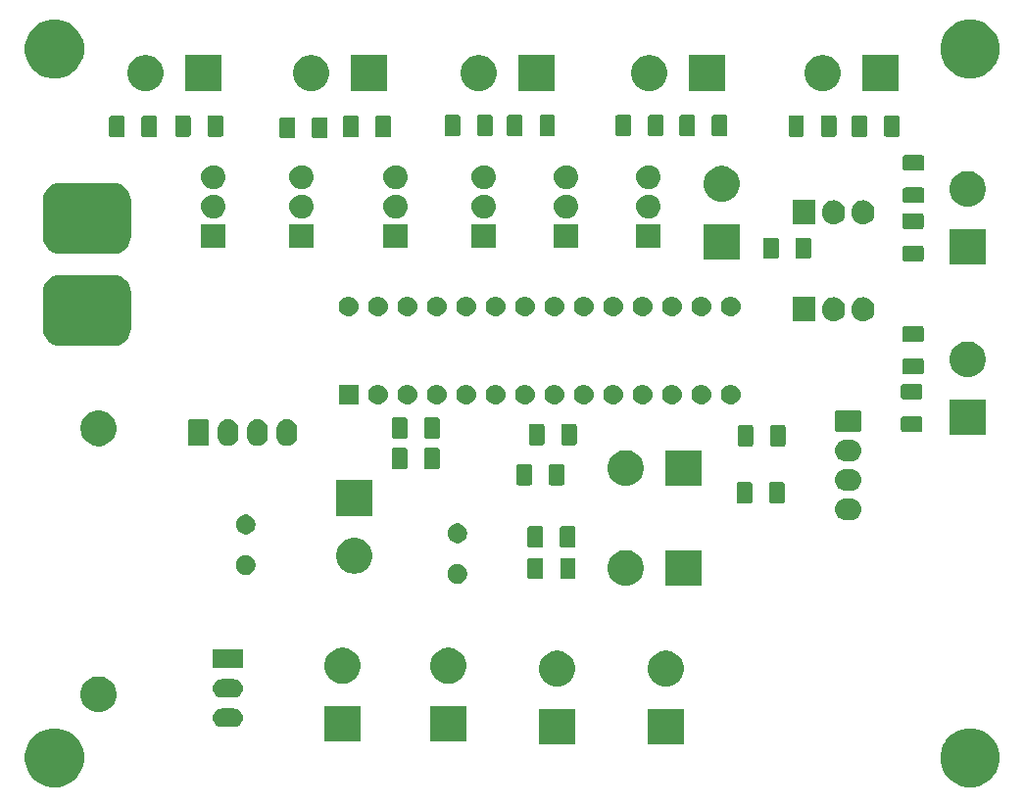
<source format=gbr>
G04 #@! TF.GenerationSoftware,KiCad,Pcbnew,5.1.2-f72e74a~84~ubuntu18.04.1*
G04 #@! TF.CreationDate,2019-09-15T07:59:56+02:00*
G04 #@! TF.ProjectId,PowerElectrobot,506f7765-7245-46c6-9563-74726f626f74,rev?*
G04 #@! TF.SameCoordinates,Original*
G04 #@! TF.FileFunction,Soldermask,Top*
G04 #@! TF.FilePolarity,Negative*
%FSLAX46Y46*%
G04 Gerber Fmt 4.6, Leading zero omitted, Abs format (unit mm)*
G04 Created by KiCad (PCBNEW 5.1.2-f72e74a~84~ubuntu18.04.1) date 2019-09-15 07:59:56*
%MOMM*%
%LPD*%
G04 APERTURE LIST*
%ADD10C,0.100000*%
G04 APERTURE END LIST*
D10*
G36*
X152744098Y-117841433D02*
G01*
X153208350Y-118033732D01*
X153208352Y-118033733D01*
X153626168Y-118312909D01*
X153981491Y-118668232D01*
X154135685Y-118899000D01*
X154260668Y-119086050D01*
X154452967Y-119550302D01*
X154551000Y-120043147D01*
X154551000Y-120545653D01*
X154452967Y-121038498D01*
X154260668Y-121502750D01*
X154260667Y-121502752D01*
X153981491Y-121920568D01*
X153626168Y-122275891D01*
X153208352Y-122555067D01*
X153208351Y-122555068D01*
X153208350Y-122555068D01*
X152744098Y-122747367D01*
X152251253Y-122845400D01*
X151748747Y-122845400D01*
X151255902Y-122747367D01*
X150791650Y-122555068D01*
X150791649Y-122555068D01*
X150791648Y-122555067D01*
X150373832Y-122275891D01*
X150018509Y-121920568D01*
X149739333Y-121502752D01*
X149739332Y-121502750D01*
X149547033Y-121038498D01*
X149449000Y-120545653D01*
X149449000Y-120043147D01*
X149547033Y-119550302D01*
X149739332Y-119086050D01*
X149864315Y-118899000D01*
X150018509Y-118668232D01*
X150373832Y-118312909D01*
X150791648Y-118033733D01*
X150791650Y-118033732D01*
X151255902Y-117841433D01*
X151748747Y-117743400D01*
X152251253Y-117743400D01*
X152744098Y-117841433D01*
X152744098Y-117841433D01*
G37*
G36*
X73642098Y-117841433D02*
G01*
X74106350Y-118033732D01*
X74106352Y-118033733D01*
X74524168Y-118312909D01*
X74879491Y-118668232D01*
X75033685Y-118899000D01*
X75158668Y-119086050D01*
X75350967Y-119550302D01*
X75449000Y-120043147D01*
X75449000Y-120545653D01*
X75350967Y-121038498D01*
X75158668Y-121502750D01*
X75158667Y-121502752D01*
X74879491Y-121920568D01*
X74524168Y-122275891D01*
X74106352Y-122555067D01*
X74106351Y-122555068D01*
X74106350Y-122555068D01*
X73642098Y-122747367D01*
X73149253Y-122845400D01*
X72646747Y-122845400D01*
X72153902Y-122747367D01*
X71689650Y-122555068D01*
X71689649Y-122555068D01*
X71689648Y-122555067D01*
X71271832Y-122275891D01*
X70916509Y-121920568D01*
X70637333Y-121502752D01*
X70637332Y-121502750D01*
X70445033Y-121038498D01*
X70347000Y-120545653D01*
X70347000Y-120043147D01*
X70445033Y-119550302D01*
X70637332Y-119086050D01*
X70762315Y-118899000D01*
X70916509Y-118668232D01*
X71271832Y-118312909D01*
X71689648Y-118033733D01*
X71689650Y-118033732D01*
X72153902Y-117841433D01*
X72646747Y-117743400D01*
X73149253Y-117743400D01*
X73642098Y-117841433D01*
X73642098Y-117841433D01*
G37*
G36*
X117883000Y-119153000D02*
G01*
X114781000Y-119153000D01*
X114781000Y-116051000D01*
X117883000Y-116051000D01*
X117883000Y-119153000D01*
X117883000Y-119153000D01*
G37*
G36*
X127281000Y-119153000D02*
G01*
X124179000Y-119153000D01*
X124179000Y-116051000D01*
X127281000Y-116051000D01*
X127281000Y-119153000D01*
X127281000Y-119153000D01*
G37*
G36*
X108485000Y-118899000D02*
G01*
X105383000Y-118899000D01*
X105383000Y-115797000D01*
X108485000Y-115797000D01*
X108485000Y-118899000D01*
X108485000Y-118899000D01*
G37*
G36*
X99341000Y-118899000D02*
G01*
X96239000Y-118899000D01*
X96239000Y-115797000D01*
X99341000Y-115797000D01*
X99341000Y-118899000D01*
X99341000Y-118899000D01*
G37*
G36*
X88462571Y-116042863D02*
G01*
X88541023Y-116050590D01*
X88641682Y-116081125D01*
X88692013Y-116096392D01*
X88831165Y-116170771D01*
X88953133Y-116270867D01*
X89053229Y-116392835D01*
X89127608Y-116531987D01*
X89127608Y-116531988D01*
X89173410Y-116682977D01*
X89188875Y-116840000D01*
X89173410Y-116997023D01*
X89142875Y-117097682D01*
X89127608Y-117148013D01*
X89053229Y-117287165D01*
X88953133Y-117409133D01*
X88831165Y-117509229D01*
X88692013Y-117583608D01*
X88641682Y-117598875D01*
X88541023Y-117629410D01*
X88462571Y-117637137D01*
X88423346Y-117641000D01*
X87344654Y-117641000D01*
X87305429Y-117637137D01*
X87226977Y-117629410D01*
X87126318Y-117598875D01*
X87075987Y-117583608D01*
X86936835Y-117509229D01*
X86814867Y-117409133D01*
X86714771Y-117287165D01*
X86640392Y-117148013D01*
X86625125Y-117097682D01*
X86594590Y-116997023D01*
X86579125Y-116840000D01*
X86594590Y-116682977D01*
X86640392Y-116531988D01*
X86640392Y-116531987D01*
X86714771Y-116392835D01*
X86814867Y-116270867D01*
X86936835Y-116170771D01*
X87075987Y-116096392D01*
X87126318Y-116081125D01*
X87226977Y-116050590D01*
X87305429Y-116042863D01*
X87344654Y-116039000D01*
X88423346Y-116039000D01*
X88462571Y-116042863D01*
X88462571Y-116042863D01*
G37*
G36*
X77010585Y-113286802D02*
G01*
X77160410Y-113316604D01*
X77442674Y-113433521D01*
X77696705Y-113603259D01*
X77912741Y-113819295D01*
X78082479Y-114073326D01*
X78199396Y-114355590D01*
X78199396Y-114355591D01*
X78259000Y-114655239D01*
X78259000Y-114960761D01*
X78242521Y-115043608D01*
X78199396Y-115260410D01*
X78082479Y-115542674D01*
X77912741Y-115796705D01*
X77696705Y-116012741D01*
X77442674Y-116182479D01*
X77160410Y-116299396D01*
X77010585Y-116329198D01*
X76860761Y-116359000D01*
X76555239Y-116359000D01*
X76405415Y-116329198D01*
X76255590Y-116299396D01*
X75973326Y-116182479D01*
X75719295Y-116012741D01*
X75503259Y-115796705D01*
X75333521Y-115542674D01*
X75216604Y-115260410D01*
X75173479Y-115043608D01*
X75157000Y-114960761D01*
X75157000Y-114655239D01*
X75216604Y-114355591D01*
X75216604Y-114355590D01*
X75333521Y-114073326D01*
X75503259Y-113819295D01*
X75719295Y-113603259D01*
X75973326Y-113433521D01*
X76255590Y-113316604D01*
X76405415Y-113286802D01*
X76555239Y-113257000D01*
X76860761Y-113257000D01*
X77010585Y-113286802D01*
X77010585Y-113286802D01*
G37*
G36*
X88462571Y-113502863D02*
G01*
X88541023Y-113510590D01*
X88641682Y-113541125D01*
X88692013Y-113556392D01*
X88831165Y-113630771D01*
X88953133Y-113730867D01*
X89053229Y-113852835D01*
X89127608Y-113991987D01*
X89127608Y-113991988D01*
X89173410Y-114142977D01*
X89188875Y-114300000D01*
X89173410Y-114457023D01*
X89142875Y-114557682D01*
X89127608Y-114608013D01*
X89053229Y-114747165D01*
X88953133Y-114869133D01*
X88831165Y-114969229D01*
X88692013Y-115043608D01*
X88641682Y-115058875D01*
X88541023Y-115089410D01*
X88462571Y-115097137D01*
X88423346Y-115101000D01*
X87344654Y-115101000D01*
X87305429Y-115097137D01*
X87226977Y-115089410D01*
X87126318Y-115058875D01*
X87075987Y-115043608D01*
X86936835Y-114969229D01*
X86814867Y-114869133D01*
X86714771Y-114747165D01*
X86640392Y-114608013D01*
X86625125Y-114557682D01*
X86594590Y-114457023D01*
X86579125Y-114300000D01*
X86594590Y-114142977D01*
X86640392Y-113991988D01*
X86640392Y-113991987D01*
X86714771Y-113852835D01*
X86814867Y-113730867D01*
X86936835Y-113630771D01*
X87075987Y-113556392D01*
X87126318Y-113541125D01*
X87226977Y-113510590D01*
X87305429Y-113502863D01*
X87344654Y-113499000D01*
X88423346Y-113499000D01*
X88462571Y-113502863D01*
X88462571Y-113502863D01*
G37*
G36*
X116634585Y-111080802D02*
G01*
X116784410Y-111110604D01*
X117066674Y-111227521D01*
X117320705Y-111397259D01*
X117536741Y-111613295D01*
X117706479Y-111867326D01*
X117823396Y-112149590D01*
X117883000Y-112449240D01*
X117883000Y-112754760D01*
X117823396Y-113054410D01*
X117706479Y-113336674D01*
X117536741Y-113590705D01*
X117320705Y-113806741D01*
X117066674Y-113976479D01*
X116784410Y-114093396D01*
X116634585Y-114123198D01*
X116484761Y-114153000D01*
X116179239Y-114153000D01*
X116029415Y-114123198D01*
X115879590Y-114093396D01*
X115597326Y-113976479D01*
X115343295Y-113806741D01*
X115127259Y-113590705D01*
X114957521Y-113336674D01*
X114840604Y-113054410D01*
X114781000Y-112754760D01*
X114781000Y-112449240D01*
X114840604Y-112149590D01*
X114957521Y-111867326D01*
X115127259Y-111613295D01*
X115343295Y-111397259D01*
X115597326Y-111227521D01*
X115879590Y-111110604D01*
X116029415Y-111080802D01*
X116179239Y-111051000D01*
X116484761Y-111051000D01*
X116634585Y-111080802D01*
X116634585Y-111080802D01*
G37*
G36*
X126032585Y-111080802D02*
G01*
X126182410Y-111110604D01*
X126464674Y-111227521D01*
X126718705Y-111397259D01*
X126934741Y-111613295D01*
X127104479Y-111867326D01*
X127221396Y-112149590D01*
X127281000Y-112449240D01*
X127281000Y-112754760D01*
X127221396Y-113054410D01*
X127104479Y-113336674D01*
X126934741Y-113590705D01*
X126718705Y-113806741D01*
X126464674Y-113976479D01*
X126182410Y-114093396D01*
X126032585Y-114123198D01*
X125882761Y-114153000D01*
X125577239Y-114153000D01*
X125427415Y-114123198D01*
X125277590Y-114093396D01*
X124995326Y-113976479D01*
X124741295Y-113806741D01*
X124525259Y-113590705D01*
X124355521Y-113336674D01*
X124238604Y-113054410D01*
X124179000Y-112754760D01*
X124179000Y-112449240D01*
X124238604Y-112149590D01*
X124355521Y-111867326D01*
X124525259Y-111613295D01*
X124741295Y-111397259D01*
X124995326Y-111227521D01*
X125277590Y-111110604D01*
X125427415Y-111080802D01*
X125577239Y-111051000D01*
X125882761Y-111051000D01*
X126032585Y-111080802D01*
X126032585Y-111080802D01*
G37*
G36*
X107236585Y-110826802D02*
G01*
X107386410Y-110856604D01*
X107668674Y-110973521D01*
X107922705Y-111143259D01*
X108138741Y-111359295D01*
X108308479Y-111613326D01*
X108425396Y-111895590D01*
X108485000Y-112195240D01*
X108485000Y-112500760D01*
X108425396Y-112800410D01*
X108308479Y-113082674D01*
X108138741Y-113336705D01*
X107922705Y-113552741D01*
X107668674Y-113722479D01*
X107386410Y-113839396D01*
X107318847Y-113852835D01*
X107086761Y-113899000D01*
X106781239Y-113899000D01*
X106549153Y-113852835D01*
X106481590Y-113839396D01*
X106199326Y-113722479D01*
X105945295Y-113552741D01*
X105729259Y-113336705D01*
X105559521Y-113082674D01*
X105442604Y-112800410D01*
X105383000Y-112500760D01*
X105383000Y-112195240D01*
X105442604Y-111895590D01*
X105559521Y-111613326D01*
X105729259Y-111359295D01*
X105945295Y-111143259D01*
X106199326Y-110973521D01*
X106481590Y-110856604D01*
X106631415Y-110826802D01*
X106781239Y-110797000D01*
X107086761Y-110797000D01*
X107236585Y-110826802D01*
X107236585Y-110826802D01*
G37*
G36*
X98092585Y-110826802D02*
G01*
X98242410Y-110856604D01*
X98524674Y-110973521D01*
X98778705Y-111143259D01*
X98994741Y-111359295D01*
X99164479Y-111613326D01*
X99281396Y-111895590D01*
X99341000Y-112195240D01*
X99341000Y-112500760D01*
X99281396Y-112800410D01*
X99164479Y-113082674D01*
X98994741Y-113336705D01*
X98778705Y-113552741D01*
X98524674Y-113722479D01*
X98242410Y-113839396D01*
X98174847Y-113852835D01*
X97942761Y-113899000D01*
X97637239Y-113899000D01*
X97405153Y-113852835D01*
X97337590Y-113839396D01*
X97055326Y-113722479D01*
X96801295Y-113552741D01*
X96585259Y-113336705D01*
X96415521Y-113082674D01*
X96298604Y-112800410D01*
X96239000Y-112500760D01*
X96239000Y-112195240D01*
X96298604Y-111895590D01*
X96415521Y-111613326D01*
X96585259Y-111359295D01*
X96801295Y-111143259D01*
X97055326Y-110973521D01*
X97337590Y-110856604D01*
X97487415Y-110826802D01*
X97637239Y-110797000D01*
X97942761Y-110797000D01*
X98092585Y-110826802D01*
X98092585Y-110826802D01*
G37*
G36*
X89185000Y-112561000D02*
G01*
X86583000Y-112561000D01*
X86583000Y-110959000D01*
X89185000Y-110959000D01*
X89185000Y-112561000D01*
X89185000Y-112561000D01*
G37*
G36*
X122556585Y-102364802D02*
G01*
X122706410Y-102394604D01*
X122988674Y-102511521D01*
X123242705Y-102681259D01*
X123458741Y-102897295D01*
X123628479Y-103151326D01*
X123745396Y-103433590D01*
X123745396Y-103433591D01*
X123805000Y-103733239D01*
X123805000Y-104038761D01*
X123803651Y-104045541D01*
X123745396Y-104338410D01*
X123628479Y-104620674D01*
X123458741Y-104874705D01*
X123242705Y-105090741D01*
X122988674Y-105260479D01*
X122706410Y-105377396D01*
X122556585Y-105407198D01*
X122406761Y-105437000D01*
X122101239Y-105437000D01*
X121951415Y-105407198D01*
X121801590Y-105377396D01*
X121519326Y-105260479D01*
X121265295Y-105090741D01*
X121049259Y-104874705D01*
X120879521Y-104620674D01*
X120762604Y-104338410D01*
X120704349Y-104045541D01*
X120703000Y-104038761D01*
X120703000Y-103733239D01*
X120762604Y-103433591D01*
X120762604Y-103433590D01*
X120879521Y-103151326D01*
X121049259Y-102897295D01*
X121265295Y-102681259D01*
X121519326Y-102511521D01*
X121801590Y-102394604D01*
X121951415Y-102364802D01*
X122101239Y-102335000D01*
X122406761Y-102335000D01*
X122556585Y-102364802D01*
X122556585Y-102364802D01*
G37*
G36*
X128805000Y-105437000D02*
G01*
X125703000Y-105437000D01*
X125703000Y-102335000D01*
X128805000Y-102335000D01*
X128805000Y-105437000D01*
X128805000Y-105437000D01*
G37*
G36*
X107944228Y-103575703D02*
G01*
X108099100Y-103639853D01*
X108238481Y-103732985D01*
X108357015Y-103851519D01*
X108450147Y-103990900D01*
X108514297Y-104145772D01*
X108547000Y-104310184D01*
X108547000Y-104477816D01*
X108514297Y-104642228D01*
X108450147Y-104797100D01*
X108357015Y-104936481D01*
X108238481Y-105055015D01*
X108099100Y-105148147D01*
X107944228Y-105212297D01*
X107779816Y-105245000D01*
X107612184Y-105245000D01*
X107447772Y-105212297D01*
X107292900Y-105148147D01*
X107153519Y-105055015D01*
X107034985Y-104936481D01*
X106941853Y-104797100D01*
X106877703Y-104642228D01*
X106845000Y-104477816D01*
X106845000Y-104310184D01*
X106877703Y-104145772D01*
X106941853Y-103990900D01*
X107034985Y-103851519D01*
X107153519Y-103732985D01*
X107292900Y-103639853D01*
X107447772Y-103575703D01*
X107612184Y-103543000D01*
X107779816Y-103543000D01*
X107944228Y-103575703D01*
X107944228Y-103575703D01*
G37*
G36*
X114971004Y-103015147D02*
G01*
X115007544Y-103026232D01*
X115041221Y-103044233D01*
X115070741Y-103068459D01*
X115094967Y-103097979D01*
X115112968Y-103131656D01*
X115124053Y-103168196D01*
X115128400Y-103212338D01*
X115128400Y-104661262D01*
X115124053Y-104705404D01*
X115112968Y-104741944D01*
X115094967Y-104775621D01*
X115070741Y-104805141D01*
X115041221Y-104829367D01*
X115007544Y-104847368D01*
X114971004Y-104858453D01*
X114926862Y-104862800D01*
X113977938Y-104862800D01*
X113933796Y-104858453D01*
X113897256Y-104847368D01*
X113863579Y-104829367D01*
X113834059Y-104805141D01*
X113809833Y-104775621D01*
X113791832Y-104741944D01*
X113780747Y-104705404D01*
X113776400Y-104661262D01*
X113776400Y-103212338D01*
X113780747Y-103168196D01*
X113791832Y-103131656D01*
X113809833Y-103097979D01*
X113834059Y-103068459D01*
X113863579Y-103044233D01*
X113897256Y-103026232D01*
X113933796Y-103015147D01*
X113977938Y-103010800D01*
X114926862Y-103010800D01*
X114971004Y-103015147D01*
X114971004Y-103015147D01*
G37*
G36*
X117771004Y-103015147D02*
G01*
X117807544Y-103026232D01*
X117841221Y-103044233D01*
X117870741Y-103068459D01*
X117894967Y-103097979D01*
X117912968Y-103131656D01*
X117924053Y-103168196D01*
X117928400Y-103212338D01*
X117928400Y-104661262D01*
X117924053Y-104705404D01*
X117912968Y-104741944D01*
X117894967Y-104775621D01*
X117870741Y-104805141D01*
X117841221Y-104829367D01*
X117807544Y-104847368D01*
X117771004Y-104858453D01*
X117726862Y-104862800D01*
X116777938Y-104862800D01*
X116733796Y-104858453D01*
X116697256Y-104847368D01*
X116663579Y-104829367D01*
X116634059Y-104805141D01*
X116609833Y-104775621D01*
X116591832Y-104741944D01*
X116580747Y-104705404D01*
X116576400Y-104661262D01*
X116576400Y-103212338D01*
X116580747Y-103168196D01*
X116591832Y-103131656D01*
X116609833Y-103097979D01*
X116634059Y-103068459D01*
X116663579Y-103044233D01*
X116697256Y-103026232D01*
X116733796Y-103015147D01*
X116777938Y-103010800D01*
X117726862Y-103010800D01*
X117771004Y-103015147D01*
X117771004Y-103015147D01*
G37*
G36*
X89656228Y-102813703D02*
G01*
X89811100Y-102877853D01*
X89950481Y-102970985D01*
X90069015Y-103089519D01*
X90162147Y-103228900D01*
X90226297Y-103383772D01*
X90259000Y-103548184D01*
X90259000Y-103715816D01*
X90226297Y-103880228D01*
X90162147Y-104035100D01*
X90069015Y-104174481D01*
X89950481Y-104293015D01*
X89811100Y-104386147D01*
X89656228Y-104450297D01*
X89491816Y-104483000D01*
X89324184Y-104483000D01*
X89159772Y-104450297D01*
X89004900Y-104386147D01*
X88865519Y-104293015D01*
X88746985Y-104174481D01*
X88653853Y-104035100D01*
X88589703Y-103880228D01*
X88557000Y-103715816D01*
X88557000Y-103548184D01*
X88589703Y-103383772D01*
X88653853Y-103228900D01*
X88746985Y-103089519D01*
X88865519Y-102970985D01*
X89004900Y-102877853D01*
X89159772Y-102813703D01*
X89324184Y-102781000D01*
X89491816Y-102781000D01*
X89656228Y-102813703D01*
X89656228Y-102813703D01*
G37*
G36*
X98995445Y-101297097D02*
G01*
X99258410Y-101349404D01*
X99540674Y-101466321D01*
X99794705Y-101636059D01*
X100010741Y-101852095D01*
X100180479Y-102106126D01*
X100275281Y-102335000D01*
X100297396Y-102388391D01*
X100355652Y-102681260D01*
X100357000Y-102688040D01*
X100357000Y-102993560D01*
X100297396Y-103293210D01*
X100180479Y-103575474D01*
X100010741Y-103829505D01*
X99794705Y-104045541D01*
X99540674Y-104215279D01*
X99258410Y-104332196D01*
X99108585Y-104361998D01*
X98958761Y-104391800D01*
X98653239Y-104391800D01*
X98503415Y-104361998D01*
X98353590Y-104332196D01*
X98071326Y-104215279D01*
X97817295Y-104045541D01*
X97601259Y-103829505D01*
X97431521Y-103575474D01*
X97314604Y-103293210D01*
X97255000Y-102993560D01*
X97255000Y-102688040D01*
X97256349Y-102681260D01*
X97314604Y-102388391D01*
X97336719Y-102335000D01*
X97431521Y-102106126D01*
X97601259Y-101852095D01*
X97817295Y-101636059D01*
X98071326Y-101466321D01*
X98353590Y-101349404D01*
X98616555Y-101297097D01*
X98653239Y-101289800D01*
X98958761Y-101289800D01*
X98995445Y-101297097D01*
X98995445Y-101297097D01*
G37*
G36*
X114965004Y-100271947D02*
G01*
X115001544Y-100283032D01*
X115035221Y-100301033D01*
X115064741Y-100325259D01*
X115088967Y-100354779D01*
X115106968Y-100388456D01*
X115118053Y-100424996D01*
X115122400Y-100469138D01*
X115122400Y-101918062D01*
X115118053Y-101962204D01*
X115106968Y-101998744D01*
X115088967Y-102032421D01*
X115064741Y-102061941D01*
X115035221Y-102086167D01*
X115001544Y-102104168D01*
X114965004Y-102115253D01*
X114920862Y-102119600D01*
X113971938Y-102119600D01*
X113927796Y-102115253D01*
X113891256Y-102104168D01*
X113857579Y-102086167D01*
X113828059Y-102061941D01*
X113803833Y-102032421D01*
X113785832Y-101998744D01*
X113774747Y-101962204D01*
X113770400Y-101918062D01*
X113770400Y-100469138D01*
X113774747Y-100424996D01*
X113785832Y-100388456D01*
X113803833Y-100354779D01*
X113828059Y-100325259D01*
X113857579Y-100301033D01*
X113891256Y-100283032D01*
X113927796Y-100271947D01*
X113971938Y-100267600D01*
X114920862Y-100267600D01*
X114965004Y-100271947D01*
X114965004Y-100271947D01*
G37*
G36*
X117765004Y-100271947D02*
G01*
X117801544Y-100283032D01*
X117835221Y-100301033D01*
X117864741Y-100325259D01*
X117888967Y-100354779D01*
X117906968Y-100388456D01*
X117918053Y-100424996D01*
X117922400Y-100469138D01*
X117922400Y-101918062D01*
X117918053Y-101962204D01*
X117906968Y-101998744D01*
X117888967Y-102032421D01*
X117864741Y-102061941D01*
X117835221Y-102086167D01*
X117801544Y-102104168D01*
X117765004Y-102115253D01*
X117720862Y-102119600D01*
X116771938Y-102119600D01*
X116727796Y-102115253D01*
X116691256Y-102104168D01*
X116657579Y-102086167D01*
X116628059Y-102061941D01*
X116603833Y-102032421D01*
X116585832Y-101998744D01*
X116574747Y-101962204D01*
X116570400Y-101918062D01*
X116570400Y-100469138D01*
X116574747Y-100424996D01*
X116585832Y-100388456D01*
X116603833Y-100354779D01*
X116628059Y-100325259D01*
X116657579Y-100301033D01*
X116691256Y-100283032D01*
X116727796Y-100271947D01*
X116771938Y-100267600D01*
X117720862Y-100267600D01*
X117765004Y-100271947D01*
X117765004Y-100271947D01*
G37*
G36*
X107944228Y-100075703D02*
G01*
X108099100Y-100139853D01*
X108238481Y-100232985D01*
X108357015Y-100351519D01*
X108450147Y-100490900D01*
X108514297Y-100645772D01*
X108547000Y-100810184D01*
X108547000Y-100977816D01*
X108514297Y-101142228D01*
X108450147Y-101297100D01*
X108357015Y-101436481D01*
X108238481Y-101555015D01*
X108099100Y-101648147D01*
X107944228Y-101712297D01*
X107779816Y-101745000D01*
X107612184Y-101745000D01*
X107447772Y-101712297D01*
X107292900Y-101648147D01*
X107153519Y-101555015D01*
X107034985Y-101436481D01*
X106941853Y-101297100D01*
X106877703Y-101142228D01*
X106845000Y-100977816D01*
X106845000Y-100810184D01*
X106877703Y-100645772D01*
X106941853Y-100490900D01*
X107034985Y-100351519D01*
X107153519Y-100232985D01*
X107292900Y-100139853D01*
X107447772Y-100075703D01*
X107612184Y-100043000D01*
X107779816Y-100043000D01*
X107944228Y-100075703D01*
X107944228Y-100075703D01*
G37*
G36*
X89656228Y-99313703D02*
G01*
X89811100Y-99377853D01*
X89950481Y-99470985D01*
X90069015Y-99589519D01*
X90162147Y-99728900D01*
X90226297Y-99883772D01*
X90259000Y-100048184D01*
X90259000Y-100215816D01*
X90226297Y-100380228D01*
X90162147Y-100535100D01*
X90069015Y-100674481D01*
X89950481Y-100793015D01*
X89811100Y-100886147D01*
X89656228Y-100950297D01*
X89491816Y-100983000D01*
X89324184Y-100983000D01*
X89159772Y-100950297D01*
X89004900Y-100886147D01*
X88865519Y-100793015D01*
X88746985Y-100674481D01*
X88653853Y-100535100D01*
X88589703Y-100380228D01*
X88557000Y-100215816D01*
X88557000Y-100048184D01*
X88589703Y-99883772D01*
X88653853Y-99728900D01*
X88746985Y-99589519D01*
X88865519Y-99470985D01*
X89004900Y-99377853D01*
X89159772Y-99313703D01*
X89324184Y-99281000D01*
X89491816Y-99281000D01*
X89656228Y-99313703D01*
X89656228Y-99313703D01*
G37*
G36*
X141798345Y-97889442D02*
G01*
X141888548Y-97898326D01*
X142062157Y-97950990D01*
X142222156Y-98036511D01*
X142265729Y-98072271D01*
X142362397Y-98151603D01*
X142441729Y-98248271D01*
X142477489Y-98291844D01*
X142563010Y-98451843D01*
X142615674Y-98625452D01*
X142633456Y-98806000D01*
X142615674Y-98986548D01*
X142563010Y-99160157D01*
X142477489Y-99320156D01*
X142441729Y-99363729D01*
X142362397Y-99460397D01*
X142265729Y-99539729D01*
X142222156Y-99575489D01*
X142062157Y-99661010D01*
X141888548Y-99713674D01*
X141798345Y-99722558D01*
X141753245Y-99727000D01*
X141202755Y-99727000D01*
X141157655Y-99722558D01*
X141067452Y-99713674D01*
X140893843Y-99661010D01*
X140733844Y-99575489D01*
X140690271Y-99539729D01*
X140593603Y-99460397D01*
X140514271Y-99363729D01*
X140478511Y-99320156D01*
X140392990Y-99160157D01*
X140340326Y-98986548D01*
X140322544Y-98806000D01*
X140340326Y-98625452D01*
X140392990Y-98451843D01*
X140478511Y-98291844D01*
X140514271Y-98248271D01*
X140593603Y-98151603D01*
X140690271Y-98072271D01*
X140733844Y-98036511D01*
X140893843Y-97950990D01*
X141067452Y-97898326D01*
X141157655Y-97889442D01*
X141202755Y-97885000D01*
X141753245Y-97885000D01*
X141798345Y-97889442D01*
X141798345Y-97889442D01*
G37*
G36*
X100357000Y-99391800D02*
G01*
X97255000Y-99391800D01*
X97255000Y-96289800D01*
X100357000Y-96289800D01*
X100357000Y-99391800D01*
X100357000Y-99391800D01*
G37*
G36*
X133035605Y-96463348D02*
G01*
X133072145Y-96474433D01*
X133105822Y-96492434D01*
X133135342Y-96516660D01*
X133159568Y-96546180D01*
X133177569Y-96579857D01*
X133188654Y-96616397D01*
X133193001Y-96660539D01*
X133193001Y-98109463D01*
X133188654Y-98153605D01*
X133177569Y-98190145D01*
X133159568Y-98223822D01*
X133135342Y-98253342D01*
X133105822Y-98277568D01*
X133072145Y-98295569D01*
X133035605Y-98306654D01*
X132991463Y-98311001D01*
X132042539Y-98311001D01*
X131998397Y-98306654D01*
X131961857Y-98295569D01*
X131928180Y-98277568D01*
X131898660Y-98253342D01*
X131874434Y-98223822D01*
X131856433Y-98190145D01*
X131845348Y-98153605D01*
X131841001Y-98109463D01*
X131841001Y-96660539D01*
X131845348Y-96616397D01*
X131856433Y-96579857D01*
X131874434Y-96546180D01*
X131898660Y-96516660D01*
X131928180Y-96492434D01*
X131961857Y-96474433D01*
X131998397Y-96463348D01*
X132042539Y-96459001D01*
X132991463Y-96459001D01*
X133035605Y-96463348D01*
X133035605Y-96463348D01*
G37*
G36*
X135835605Y-96463348D02*
G01*
X135872145Y-96474433D01*
X135905822Y-96492434D01*
X135935342Y-96516660D01*
X135959568Y-96546180D01*
X135977569Y-96579857D01*
X135988654Y-96616397D01*
X135993001Y-96660539D01*
X135993001Y-98109463D01*
X135988654Y-98153605D01*
X135977569Y-98190145D01*
X135959568Y-98223822D01*
X135935342Y-98253342D01*
X135905822Y-98277568D01*
X135872145Y-98295569D01*
X135835605Y-98306654D01*
X135791463Y-98311001D01*
X134842539Y-98311001D01*
X134798397Y-98306654D01*
X134761857Y-98295569D01*
X134728180Y-98277568D01*
X134698660Y-98253342D01*
X134674434Y-98223822D01*
X134656433Y-98190145D01*
X134645348Y-98153605D01*
X134641001Y-98109463D01*
X134641001Y-96660539D01*
X134645348Y-96616397D01*
X134656433Y-96579857D01*
X134674434Y-96546180D01*
X134698660Y-96516660D01*
X134728180Y-96492434D01*
X134761857Y-96474433D01*
X134798397Y-96463348D01*
X134842539Y-96459001D01*
X135791463Y-96459001D01*
X135835605Y-96463348D01*
X135835605Y-96463348D01*
G37*
G36*
X141781349Y-95347768D02*
G01*
X141888548Y-95358326D01*
X142062157Y-95410990D01*
X142222156Y-95496511D01*
X142265729Y-95532271D01*
X142362397Y-95611603D01*
X142436918Y-95702409D01*
X142477489Y-95751844D01*
X142563010Y-95911843D01*
X142615674Y-96085452D01*
X142633456Y-96266000D01*
X142615674Y-96446548D01*
X142563010Y-96620157D01*
X142477489Y-96780156D01*
X142441729Y-96823729D01*
X142362397Y-96920397D01*
X142265729Y-96999729D01*
X142222156Y-97035489D01*
X142062157Y-97121010D01*
X141888548Y-97173674D01*
X141798345Y-97182558D01*
X141753245Y-97187000D01*
X141202755Y-97187000D01*
X141157655Y-97182558D01*
X141067452Y-97173674D01*
X140893843Y-97121010D01*
X140733844Y-97035489D01*
X140690271Y-96999729D01*
X140593603Y-96920397D01*
X140514271Y-96823729D01*
X140478511Y-96780156D01*
X140392990Y-96620157D01*
X140340326Y-96446548D01*
X140322544Y-96266000D01*
X140340326Y-96085452D01*
X140392990Y-95911843D01*
X140478511Y-95751844D01*
X140519082Y-95702409D01*
X140593603Y-95611603D01*
X140690271Y-95532271D01*
X140733844Y-95496511D01*
X140893843Y-95410990D01*
X141067452Y-95358326D01*
X141174651Y-95347768D01*
X141202755Y-95345000D01*
X141753245Y-95345000D01*
X141781349Y-95347768D01*
X141781349Y-95347768D01*
G37*
G36*
X122475826Y-93712738D02*
G01*
X122706410Y-93758604D01*
X122988674Y-93875521D01*
X123242705Y-94045259D01*
X123458741Y-94261295D01*
X123628479Y-94515326D01*
X123745396Y-94797590D01*
X123745396Y-94797591D01*
X123796180Y-95052896D01*
X123805000Y-95097240D01*
X123805000Y-95402760D01*
X123745396Y-95702410D01*
X123628479Y-95984674D01*
X123458741Y-96238705D01*
X123242705Y-96454741D01*
X122988674Y-96624479D01*
X122706410Y-96741396D01*
X122556585Y-96771198D01*
X122406761Y-96801000D01*
X122101239Y-96801000D01*
X121951415Y-96771198D01*
X121801590Y-96741396D01*
X121519326Y-96624479D01*
X121265295Y-96454741D01*
X121049259Y-96238705D01*
X120879521Y-95984674D01*
X120762604Y-95702410D01*
X120703000Y-95402760D01*
X120703000Y-95097240D01*
X120711821Y-95052896D01*
X120762604Y-94797591D01*
X120762604Y-94797590D01*
X120879521Y-94515326D01*
X121049259Y-94261295D01*
X121265295Y-94045259D01*
X121519326Y-93875521D01*
X121801590Y-93758604D01*
X122032174Y-93712738D01*
X122101239Y-93699000D01*
X122406761Y-93699000D01*
X122475826Y-93712738D01*
X122475826Y-93712738D01*
G37*
G36*
X128805000Y-96801000D02*
G01*
X125703000Y-96801000D01*
X125703000Y-93699000D01*
X128805000Y-93699000D01*
X128805000Y-96801000D01*
X128805000Y-96801000D01*
G37*
G36*
X116793104Y-94899847D02*
G01*
X116829644Y-94910932D01*
X116863321Y-94928933D01*
X116892841Y-94953159D01*
X116917067Y-94982679D01*
X116935068Y-95016356D01*
X116946153Y-95052896D01*
X116950500Y-95097038D01*
X116950500Y-96545962D01*
X116946153Y-96590104D01*
X116935068Y-96626644D01*
X116917067Y-96660321D01*
X116892841Y-96689841D01*
X116863321Y-96714067D01*
X116829644Y-96732068D01*
X116793104Y-96743153D01*
X116748962Y-96747500D01*
X115800038Y-96747500D01*
X115755896Y-96743153D01*
X115719356Y-96732068D01*
X115685679Y-96714067D01*
X115656159Y-96689841D01*
X115631933Y-96660321D01*
X115613932Y-96626644D01*
X115602847Y-96590104D01*
X115598500Y-96545962D01*
X115598500Y-95097038D01*
X115602847Y-95052896D01*
X115613932Y-95016356D01*
X115631933Y-94982679D01*
X115656159Y-94953159D01*
X115685679Y-94928933D01*
X115719356Y-94910932D01*
X115755896Y-94899847D01*
X115800038Y-94895500D01*
X116748962Y-94895500D01*
X116793104Y-94899847D01*
X116793104Y-94899847D01*
G37*
G36*
X113993104Y-94899847D02*
G01*
X114029644Y-94910932D01*
X114063321Y-94928933D01*
X114092841Y-94953159D01*
X114117067Y-94982679D01*
X114135068Y-95016356D01*
X114146153Y-95052896D01*
X114150500Y-95097038D01*
X114150500Y-96545962D01*
X114146153Y-96590104D01*
X114135068Y-96626644D01*
X114117067Y-96660321D01*
X114092841Y-96689841D01*
X114063321Y-96714067D01*
X114029644Y-96732068D01*
X113993104Y-96743153D01*
X113948962Y-96747500D01*
X113000038Y-96747500D01*
X112955896Y-96743153D01*
X112919356Y-96732068D01*
X112885679Y-96714067D01*
X112856159Y-96689841D01*
X112831933Y-96660321D01*
X112813932Y-96626644D01*
X112802847Y-96590104D01*
X112798500Y-96545962D01*
X112798500Y-95097038D01*
X112802847Y-95052896D01*
X112813932Y-95016356D01*
X112831933Y-94982679D01*
X112856159Y-94953159D01*
X112885679Y-94928933D01*
X112919356Y-94910932D01*
X112955896Y-94899847D01*
X113000038Y-94895500D01*
X113948962Y-94895500D01*
X113993104Y-94899847D01*
X113993104Y-94899847D01*
G37*
G36*
X103236204Y-93515547D02*
G01*
X103272744Y-93526632D01*
X103306421Y-93544633D01*
X103335941Y-93568859D01*
X103360167Y-93598379D01*
X103378168Y-93632056D01*
X103389253Y-93668596D01*
X103393600Y-93712738D01*
X103393600Y-95161662D01*
X103389253Y-95205804D01*
X103378168Y-95242344D01*
X103360167Y-95276021D01*
X103335941Y-95305541D01*
X103306421Y-95329767D01*
X103272744Y-95347768D01*
X103236204Y-95358853D01*
X103192062Y-95363200D01*
X102243138Y-95363200D01*
X102198996Y-95358853D01*
X102162456Y-95347768D01*
X102128779Y-95329767D01*
X102099259Y-95305541D01*
X102075033Y-95276021D01*
X102057032Y-95242344D01*
X102045947Y-95205804D01*
X102041600Y-95161662D01*
X102041600Y-93712738D01*
X102045947Y-93668596D01*
X102057032Y-93632056D01*
X102075033Y-93598379D01*
X102099259Y-93568859D01*
X102128779Y-93544633D01*
X102162456Y-93526632D01*
X102198996Y-93515547D01*
X102243138Y-93511200D01*
X103192062Y-93511200D01*
X103236204Y-93515547D01*
X103236204Y-93515547D01*
G37*
G36*
X106036204Y-93515547D02*
G01*
X106072744Y-93526632D01*
X106106421Y-93544633D01*
X106135941Y-93568859D01*
X106160167Y-93598379D01*
X106178168Y-93632056D01*
X106189253Y-93668596D01*
X106193600Y-93712738D01*
X106193600Y-95161662D01*
X106189253Y-95205804D01*
X106178168Y-95242344D01*
X106160167Y-95276021D01*
X106135941Y-95305541D01*
X106106421Y-95329767D01*
X106072744Y-95347768D01*
X106036204Y-95358853D01*
X105992062Y-95363200D01*
X105043138Y-95363200D01*
X104998996Y-95358853D01*
X104962456Y-95347768D01*
X104928779Y-95329767D01*
X104899259Y-95305541D01*
X104875033Y-95276021D01*
X104857032Y-95242344D01*
X104845947Y-95205804D01*
X104841600Y-95161662D01*
X104841600Y-93712738D01*
X104845947Y-93668596D01*
X104857032Y-93632056D01*
X104875033Y-93598379D01*
X104899259Y-93568859D01*
X104928779Y-93544633D01*
X104962456Y-93526632D01*
X104998996Y-93515547D01*
X105043138Y-93511200D01*
X105992062Y-93511200D01*
X106036204Y-93515547D01*
X106036204Y-93515547D01*
G37*
G36*
X141798345Y-92809442D02*
G01*
X141888548Y-92818326D01*
X142062157Y-92870990D01*
X142222156Y-92956511D01*
X142265729Y-92992271D01*
X142362397Y-93071603D01*
X142418509Y-93139977D01*
X142477489Y-93211844D01*
X142511809Y-93276053D01*
X142560191Y-93366568D01*
X142563010Y-93371843D01*
X142615674Y-93545452D01*
X142633456Y-93726000D01*
X142615674Y-93906548D01*
X142563010Y-94080157D01*
X142477489Y-94240156D01*
X142441729Y-94283729D01*
X142362397Y-94380397D01*
X142265729Y-94459729D01*
X142222156Y-94495489D01*
X142062157Y-94581010D01*
X141888548Y-94633674D01*
X141798345Y-94642558D01*
X141753245Y-94647000D01*
X141202755Y-94647000D01*
X141157655Y-94642558D01*
X141067452Y-94633674D01*
X140893843Y-94581010D01*
X140733844Y-94495489D01*
X140690271Y-94459729D01*
X140593603Y-94380397D01*
X140514271Y-94283729D01*
X140478511Y-94240156D01*
X140392990Y-94080157D01*
X140340326Y-93906548D01*
X140322544Y-93726000D01*
X140340326Y-93545452D01*
X140392990Y-93371843D01*
X140395810Y-93366568D01*
X140444191Y-93276053D01*
X140478511Y-93211844D01*
X140537491Y-93139977D01*
X140593603Y-93071603D01*
X140690271Y-92992271D01*
X140733844Y-92956511D01*
X140893843Y-92870990D01*
X141067452Y-92818326D01*
X141157655Y-92809442D01*
X141202755Y-92805000D01*
X141753245Y-92805000D01*
X141798345Y-92809442D01*
X141798345Y-92809442D01*
G37*
G36*
X133106604Y-91534347D02*
G01*
X133143144Y-91545432D01*
X133176821Y-91563433D01*
X133206341Y-91587659D01*
X133230567Y-91617179D01*
X133248568Y-91650856D01*
X133259653Y-91687396D01*
X133264000Y-91731538D01*
X133264000Y-93180462D01*
X133259653Y-93224604D01*
X133248568Y-93261144D01*
X133230567Y-93294821D01*
X133206341Y-93324341D01*
X133176821Y-93348567D01*
X133143144Y-93366568D01*
X133106604Y-93377653D01*
X133062462Y-93382000D01*
X132113538Y-93382000D01*
X132069396Y-93377653D01*
X132032856Y-93366568D01*
X131999179Y-93348567D01*
X131969659Y-93324341D01*
X131945433Y-93294821D01*
X131927432Y-93261144D01*
X131916347Y-93224604D01*
X131912000Y-93180462D01*
X131912000Y-91731538D01*
X131916347Y-91687396D01*
X131927432Y-91650856D01*
X131945433Y-91617179D01*
X131969659Y-91587659D01*
X131999179Y-91563433D01*
X132032856Y-91545432D01*
X132069396Y-91534347D01*
X132113538Y-91530000D01*
X133062462Y-91530000D01*
X133106604Y-91534347D01*
X133106604Y-91534347D01*
G37*
G36*
X135906604Y-91534347D02*
G01*
X135943144Y-91545432D01*
X135976821Y-91563433D01*
X136006341Y-91587659D01*
X136030567Y-91617179D01*
X136048568Y-91650856D01*
X136059653Y-91687396D01*
X136064000Y-91731538D01*
X136064000Y-93180462D01*
X136059653Y-93224604D01*
X136048568Y-93261144D01*
X136030567Y-93294821D01*
X136006341Y-93324341D01*
X135976821Y-93348567D01*
X135943144Y-93366568D01*
X135906604Y-93377653D01*
X135862462Y-93382000D01*
X134913538Y-93382000D01*
X134869396Y-93377653D01*
X134832856Y-93366568D01*
X134799179Y-93348567D01*
X134769659Y-93324341D01*
X134745433Y-93294821D01*
X134727432Y-93261144D01*
X134716347Y-93224604D01*
X134712000Y-93180462D01*
X134712000Y-91731538D01*
X134716347Y-91687396D01*
X134727432Y-91650856D01*
X134745433Y-91617179D01*
X134769659Y-91587659D01*
X134799179Y-91563433D01*
X134832856Y-91545432D01*
X134869396Y-91534347D01*
X134913538Y-91530000D01*
X135862462Y-91530000D01*
X135906604Y-91534347D01*
X135906604Y-91534347D01*
G37*
G36*
X76926543Y-90270085D02*
G01*
X77160410Y-90316604D01*
X77442674Y-90433521D01*
X77696705Y-90603259D01*
X77912741Y-90819295D01*
X78082479Y-91073326D01*
X78199396Y-91355590D01*
X78219736Y-91457845D01*
X78259000Y-91655239D01*
X78259000Y-91960761D01*
X78235992Y-92076429D01*
X78199396Y-92260410D01*
X78082479Y-92542674D01*
X77912741Y-92796705D01*
X77696705Y-93012741D01*
X77442674Y-93182479D01*
X77160410Y-93299396D01*
X77042207Y-93322908D01*
X76860761Y-93359000D01*
X76555239Y-93359000D01*
X76373793Y-93322908D01*
X76255590Y-93299396D01*
X75973326Y-93182479D01*
X75719295Y-93012741D01*
X75503259Y-92796705D01*
X75333521Y-92542674D01*
X75216604Y-92260410D01*
X75180008Y-92076429D01*
X75157000Y-91960761D01*
X75157000Y-91655239D01*
X75196264Y-91457845D01*
X75216604Y-91355590D01*
X75333521Y-91073326D01*
X75503259Y-90819295D01*
X75719295Y-90603259D01*
X75973326Y-90433521D01*
X76255590Y-90316604D01*
X76489457Y-90270085D01*
X76555239Y-90257000D01*
X76860761Y-90257000D01*
X76926543Y-90270085D01*
X76926543Y-90270085D01*
G37*
G36*
X93144547Y-91064326D02*
G01*
X93318156Y-91116990D01*
X93318158Y-91116991D01*
X93478155Y-91202511D01*
X93618397Y-91317603D01*
X93697729Y-91414271D01*
X93733489Y-91457844D01*
X93819010Y-91617843D01*
X93871674Y-91791452D01*
X93885000Y-91926756D01*
X93885000Y-92477243D01*
X93871674Y-92612548D01*
X93819010Y-92786157D01*
X93733489Y-92946156D01*
X93697729Y-92989729D01*
X93618397Y-93086397D01*
X93529266Y-93159544D01*
X93478156Y-93201489D01*
X93366549Y-93261144D01*
X93330524Y-93280400D01*
X93318157Y-93287010D01*
X93144548Y-93339674D01*
X92964000Y-93357456D01*
X92783453Y-93339674D01*
X92609844Y-93287010D01*
X92597478Y-93280400D01*
X92561452Y-93261144D01*
X92449845Y-93201489D01*
X92398735Y-93159544D01*
X92309604Y-93086397D01*
X92194513Y-92946157D01*
X92194512Y-92946155D01*
X92108990Y-92786157D01*
X92056326Y-92612548D01*
X92043000Y-92477244D01*
X92043000Y-91926757D01*
X92056326Y-91791453D01*
X92108990Y-91617844D01*
X92194511Y-91457845D01*
X92206011Y-91443832D01*
X92309603Y-91317603D01*
X92435388Y-91214375D01*
X92449844Y-91202511D01*
X92609843Y-91116990D01*
X92783452Y-91064326D01*
X92964000Y-91046544D01*
X93144547Y-91064326D01*
X93144547Y-91064326D01*
G37*
G36*
X90604547Y-91064326D02*
G01*
X90778156Y-91116990D01*
X90778158Y-91116991D01*
X90938155Y-91202511D01*
X91078397Y-91317603D01*
X91157729Y-91414271D01*
X91193489Y-91457844D01*
X91279010Y-91617843D01*
X91331674Y-91791452D01*
X91345000Y-91926756D01*
X91345000Y-92477243D01*
X91331674Y-92612548D01*
X91279010Y-92786157D01*
X91193489Y-92946156D01*
X91157729Y-92989729D01*
X91078397Y-93086397D01*
X90989266Y-93159544D01*
X90938156Y-93201489D01*
X90826549Y-93261144D01*
X90790524Y-93280400D01*
X90778157Y-93287010D01*
X90604548Y-93339674D01*
X90424000Y-93357456D01*
X90243453Y-93339674D01*
X90069844Y-93287010D01*
X90057478Y-93280400D01*
X90021452Y-93261144D01*
X89909845Y-93201489D01*
X89858735Y-93159544D01*
X89769604Y-93086397D01*
X89654513Y-92946157D01*
X89654512Y-92946155D01*
X89568990Y-92786157D01*
X89516326Y-92612548D01*
X89503000Y-92477244D01*
X89503000Y-91926757D01*
X89516326Y-91791453D01*
X89568990Y-91617844D01*
X89654511Y-91457845D01*
X89666011Y-91443832D01*
X89769603Y-91317603D01*
X89895388Y-91214375D01*
X89909844Y-91202511D01*
X90069843Y-91116990D01*
X90243452Y-91064326D01*
X90424000Y-91046544D01*
X90604547Y-91064326D01*
X90604547Y-91064326D01*
G37*
G36*
X88064547Y-91064326D02*
G01*
X88238156Y-91116990D01*
X88238158Y-91116991D01*
X88398155Y-91202511D01*
X88538397Y-91317603D01*
X88617729Y-91414271D01*
X88653489Y-91457844D01*
X88739010Y-91617843D01*
X88791674Y-91791452D01*
X88805000Y-91926756D01*
X88805000Y-92477243D01*
X88791674Y-92612548D01*
X88739010Y-92786157D01*
X88653489Y-92946156D01*
X88617729Y-92989729D01*
X88538397Y-93086397D01*
X88449266Y-93159544D01*
X88398156Y-93201489D01*
X88286549Y-93261144D01*
X88250524Y-93280400D01*
X88238157Y-93287010D01*
X88064548Y-93339674D01*
X87884000Y-93357456D01*
X87703453Y-93339674D01*
X87529844Y-93287010D01*
X87517478Y-93280400D01*
X87481452Y-93261144D01*
X87369845Y-93201489D01*
X87318735Y-93159544D01*
X87229604Y-93086397D01*
X87114513Y-92946157D01*
X87114512Y-92946155D01*
X87028990Y-92786157D01*
X86976326Y-92612548D01*
X86963000Y-92477244D01*
X86963000Y-91926757D01*
X86976326Y-91791453D01*
X87028990Y-91617844D01*
X87114511Y-91457845D01*
X87126011Y-91443832D01*
X87229603Y-91317603D01*
X87355388Y-91214375D01*
X87369844Y-91202511D01*
X87529843Y-91116990D01*
X87703452Y-91064326D01*
X87884000Y-91046544D01*
X88064547Y-91064326D01*
X88064547Y-91064326D01*
G37*
G36*
X86123561Y-91054966D02*
G01*
X86156383Y-91064923D01*
X86186632Y-91081092D01*
X86213148Y-91102852D01*
X86234908Y-91129368D01*
X86251077Y-91159617D01*
X86261034Y-91192439D01*
X86265000Y-91232713D01*
X86265000Y-93171287D01*
X86261034Y-93211561D01*
X86251077Y-93244383D01*
X86234908Y-93274632D01*
X86213148Y-93301148D01*
X86186632Y-93322908D01*
X86156383Y-93339077D01*
X86123561Y-93349034D01*
X86083287Y-93353000D01*
X84604713Y-93353000D01*
X84564439Y-93349034D01*
X84531617Y-93339077D01*
X84501368Y-93322908D01*
X84474852Y-93301148D01*
X84453092Y-93274632D01*
X84436923Y-93244383D01*
X84426966Y-93211561D01*
X84423000Y-93171287D01*
X84423000Y-91232713D01*
X84426966Y-91192439D01*
X84436923Y-91159617D01*
X84453092Y-91129368D01*
X84474852Y-91102852D01*
X84501368Y-91081092D01*
X84531617Y-91064923D01*
X84564439Y-91054966D01*
X84604713Y-91051000D01*
X86083287Y-91051000D01*
X86123561Y-91054966D01*
X86123561Y-91054966D01*
G37*
G36*
X115072604Y-91432747D02*
G01*
X115109144Y-91443832D01*
X115142821Y-91461833D01*
X115172341Y-91486059D01*
X115196567Y-91515579D01*
X115214568Y-91549256D01*
X115225653Y-91585796D01*
X115230000Y-91629938D01*
X115230000Y-93078862D01*
X115225653Y-93123004D01*
X115214568Y-93159544D01*
X115196567Y-93193221D01*
X115172341Y-93222741D01*
X115142821Y-93246967D01*
X115109144Y-93264968D01*
X115072604Y-93276053D01*
X115028462Y-93280400D01*
X114079538Y-93280400D01*
X114035396Y-93276053D01*
X113998856Y-93264968D01*
X113965179Y-93246967D01*
X113935659Y-93222741D01*
X113911433Y-93193221D01*
X113893432Y-93159544D01*
X113882347Y-93123004D01*
X113878000Y-93078862D01*
X113878000Y-91629938D01*
X113882347Y-91585796D01*
X113893432Y-91549256D01*
X113911433Y-91515579D01*
X113935659Y-91486059D01*
X113965179Y-91461833D01*
X113998856Y-91443832D01*
X114035396Y-91432747D01*
X114079538Y-91428400D01*
X115028462Y-91428400D01*
X115072604Y-91432747D01*
X115072604Y-91432747D01*
G37*
G36*
X117872604Y-91432747D02*
G01*
X117909144Y-91443832D01*
X117942821Y-91461833D01*
X117972341Y-91486059D01*
X117996567Y-91515579D01*
X118014568Y-91549256D01*
X118025653Y-91585796D01*
X118030000Y-91629938D01*
X118030000Y-93078862D01*
X118025653Y-93123004D01*
X118014568Y-93159544D01*
X117996567Y-93193221D01*
X117972341Y-93222741D01*
X117942821Y-93246967D01*
X117909144Y-93264968D01*
X117872604Y-93276053D01*
X117828462Y-93280400D01*
X116879538Y-93280400D01*
X116835396Y-93276053D01*
X116798856Y-93264968D01*
X116765179Y-93246967D01*
X116735659Y-93222741D01*
X116711433Y-93193221D01*
X116693432Y-93159544D01*
X116682347Y-93123004D01*
X116678000Y-93078862D01*
X116678000Y-91629938D01*
X116682347Y-91585796D01*
X116693432Y-91549256D01*
X116711433Y-91515579D01*
X116735659Y-91486059D01*
X116765179Y-91461833D01*
X116798856Y-91443832D01*
X116835396Y-91432747D01*
X116879538Y-91428400D01*
X117828462Y-91428400D01*
X117872604Y-91432747D01*
X117872604Y-91432747D01*
G37*
G36*
X103236204Y-90873947D02*
G01*
X103272744Y-90885032D01*
X103306421Y-90903033D01*
X103335941Y-90927259D01*
X103360167Y-90956779D01*
X103378168Y-90990456D01*
X103389253Y-91026996D01*
X103393600Y-91071138D01*
X103393600Y-92520062D01*
X103389253Y-92564204D01*
X103378168Y-92600744D01*
X103360167Y-92634421D01*
X103335941Y-92663941D01*
X103306421Y-92688167D01*
X103272744Y-92706168D01*
X103236204Y-92717253D01*
X103192062Y-92721600D01*
X102243138Y-92721600D01*
X102198996Y-92717253D01*
X102162456Y-92706168D01*
X102128779Y-92688167D01*
X102099259Y-92663941D01*
X102075033Y-92634421D01*
X102057032Y-92600744D01*
X102045947Y-92564204D01*
X102041600Y-92520062D01*
X102041600Y-91071138D01*
X102045947Y-91026996D01*
X102057032Y-90990456D01*
X102075033Y-90956779D01*
X102099259Y-90927259D01*
X102128779Y-90903033D01*
X102162456Y-90885032D01*
X102198996Y-90873947D01*
X102243138Y-90869600D01*
X103192062Y-90869600D01*
X103236204Y-90873947D01*
X103236204Y-90873947D01*
G37*
G36*
X106036204Y-90873947D02*
G01*
X106072744Y-90885032D01*
X106106421Y-90903033D01*
X106135941Y-90927259D01*
X106160167Y-90956779D01*
X106178168Y-90990456D01*
X106189253Y-91026996D01*
X106193600Y-91071138D01*
X106193600Y-92520062D01*
X106189253Y-92564204D01*
X106178168Y-92600744D01*
X106160167Y-92634421D01*
X106135941Y-92663941D01*
X106106421Y-92688167D01*
X106072744Y-92706168D01*
X106036204Y-92717253D01*
X105992062Y-92721600D01*
X105043138Y-92721600D01*
X104998996Y-92717253D01*
X104962456Y-92706168D01*
X104928779Y-92688167D01*
X104899259Y-92663941D01*
X104875033Y-92634421D01*
X104857032Y-92600744D01*
X104845947Y-92564204D01*
X104841600Y-92520062D01*
X104841600Y-91071138D01*
X104845947Y-91026996D01*
X104857032Y-90990456D01*
X104875033Y-90956779D01*
X104899259Y-90927259D01*
X104928779Y-90903033D01*
X104962456Y-90885032D01*
X104998996Y-90873947D01*
X105043138Y-90869600D01*
X105992062Y-90869600D01*
X106036204Y-90873947D01*
X106036204Y-90873947D01*
G37*
G36*
X153341400Y-92403000D02*
G01*
X150239400Y-92403000D01*
X150239400Y-89301000D01*
X153341400Y-89301000D01*
X153341400Y-92403000D01*
X153341400Y-92403000D01*
G37*
G36*
X147733004Y-90774347D02*
G01*
X147769544Y-90785432D01*
X147803221Y-90803433D01*
X147832741Y-90827659D01*
X147856967Y-90857179D01*
X147874968Y-90890856D01*
X147886053Y-90927396D01*
X147890400Y-90971538D01*
X147890400Y-91920462D01*
X147886053Y-91964604D01*
X147874968Y-92001144D01*
X147856967Y-92034821D01*
X147832741Y-92064341D01*
X147803221Y-92088567D01*
X147769544Y-92106568D01*
X147733004Y-92117653D01*
X147688862Y-92122000D01*
X146239938Y-92122000D01*
X146195796Y-92117653D01*
X146159256Y-92106568D01*
X146125579Y-92088567D01*
X146096059Y-92064341D01*
X146071833Y-92034821D01*
X146053832Y-92001144D01*
X146042747Y-91964604D01*
X146038400Y-91920462D01*
X146038400Y-90971538D01*
X146042747Y-90927396D01*
X146053832Y-90890856D01*
X146071833Y-90857179D01*
X146096059Y-90827659D01*
X146125579Y-90803433D01*
X146159256Y-90785432D01*
X146195796Y-90774347D01*
X146239938Y-90770000D01*
X147688862Y-90770000D01*
X147733004Y-90774347D01*
X147733004Y-90774347D01*
G37*
G36*
X142487561Y-90268966D02*
G01*
X142520383Y-90278923D01*
X142550632Y-90295092D01*
X142577148Y-90316852D01*
X142598908Y-90343368D01*
X142615077Y-90373617D01*
X142625034Y-90406439D01*
X142629000Y-90446713D01*
X142629000Y-91925287D01*
X142625034Y-91965561D01*
X142615077Y-91998383D01*
X142598908Y-92028632D01*
X142577148Y-92055148D01*
X142550632Y-92076908D01*
X142520383Y-92093077D01*
X142487561Y-92103034D01*
X142447287Y-92107000D01*
X140508713Y-92107000D01*
X140468439Y-92103034D01*
X140435617Y-92093077D01*
X140405368Y-92076908D01*
X140378852Y-92055148D01*
X140357092Y-92028632D01*
X140340923Y-91998383D01*
X140330966Y-91965561D01*
X140327000Y-91925287D01*
X140327000Y-90446713D01*
X140330966Y-90406439D01*
X140340923Y-90373617D01*
X140357092Y-90343368D01*
X140378852Y-90316852D01*
X140405368Y-90295092D01*
X140435617Y-90278923D01*
X140468439Y-90268966D01*
X140508713Y-90265000D01*
X142447287Y-90265000D01*
X142487561Y-90268966D01*
X142487561Y-90268966D01*
G37*
G36*
X101004823Y-88061313D02*
G01*
X101165242Y-88109976D01*
X101197832Y-88127396D01*
X101313078Y-88188996D01*
X101442659Y-88295341D01*
X101549004Y-88424922D01*
X101549005Y-88424924D01*
X101628024Y-88572758D01*
X101676687Y-88733177D01*
X101693117Y-88900000D01*
X101676687Y-89066823D01*
X101628024Y-89227242D01*
X101585623Y-89306568D01*
X101549004Y-89375078D01*
X101442659Y-89504659D01*
X101313078Y-89611004D01*
X101313076Y-89611005D01*
X101165242Y-89690024D01*
X101004823Y-89738687D01*
X100879804Y-89751000D01*
X100796196Y-89751000D01*
X100671177Y-89738687D01*
X100510758Y-89690024D01*
X100362924Y-89611005D01*
X100362922Y-89611004D01*
X100233341Y-89504659D01*
X100126996Y-89375078D01*
X100090377Y-89306568D01*
X100047976Y-89227242D01*
X99999313Y-89066823D01*
X99982883Y-88900000D01*
X99999313Y-88733177D01*
X100047976Y-88572758D01*
X100126995Y-88424924D01*
X100126996Y-88424922D01*
X100233341Y-88295341D01*
X100362922Y-88188996D01*
X100478168Y-88127396D01*
X100510758Y-88109976D01*
X100671177Y-88061313D01*
X100796196Y-88049000D01*
X100879804Y-88049000D01*
X101004823Y-88061313D01*
X101004823Y-88061313D01*
G37*
G36*
X128944823Y-88061313D02*
G01*
X129105242Y-88109976D01*
X129137832Y-88127396D01*
X129253078Y-88188996D01*
X129382659Y-88295341D01*
X129489004Y-88424922D01*
X129489005Y-88424924D01*
X129568024Y-88572758D01*
X129616687Y-88733177D01*
X129633117Y-88900000D01*
X129616687Y-89066823D01*
X129568024Y-89227242D01*
X129525623Y-89306568D01*
X129489004Y-89375078D01*
X129382659Y-89504659D01*
X129253078Y-89611004D01*
X129253076Y-89611005D01*
X129105242Y-89690024D01*
X128944823Y-89738687D01*
X128819804Y-89751000D01*
X128736196Y-89751000D01*
X128611177Y-89738687D01*
X128450758Y-89690024D01*
X128302924Y-89611005D01*
X128302922Y-89611004D01*
X128173341Y-89504659D01*
X128066996Y-89375078D01*
X128030377Y-89306568D01*
X127987976Y-89227242D01*
X127939313Y-89066823D01*
X127922883Y-88900000D01*
X127939313Y-88733177D01*
X127987976Y-88572758D01*
X128066995Y-88424924D01*
X128066996Y-88424922D01*
X128173341Y-88295341D01*
X128302922Y-88188996D01*
X128418168Y-88127396D01*
X128450758Y-88109976D01*
X128611177Y-88061313D01*
X128736196Y-88049000D01*
X128819804Y-88049000D01*
X128944823Y-88061313D01*
X128944823Y-88061313D01*
G37*
G36*
X131484823Y-88061313D02*
G01*
X131645242Y-88109976D01*
X131677832Y-88127396D01*
X131793078Y-88188996D01*
X131922659Y-88295341D01*
X132029004Y-88424922D01*
X132029005Y-88424924D01*
X132108024Y-88572758D01*
X132156687Y-88733177D01*
X132173117Y-88900000D01*
X132156687Y-89066823D01*
X132108024Y-89227242D01*
X132065623Y-89306568D01*
X132029004Y-89375078D01*
X131922659Y-89504659D01*
X131793078Y-89611004D01*
X131793076Y-89611005D01*
X131645242Y-89690024D01*
X131484823Y-89738687D01*
X131359804Y-89751000D01*
X131276196Y-89751000D01*
X131151177Y-89738687D01*
X130990758Y-89690024D01*
X130842924Y-89611005D01*
X130842922Y-89611004D01*
X130713341Y-89504659D01*
X130606996Y-89375078D01*
X130570377Y-89306568D01*
X130527976Y-89227242D01*
X130479313Y-89066823D01*
X130462883Y-88900000D01*
X130479313Y-88733177D01*
X130527976Y-88572758D01*
X130606995Y-88424924D01*
X130606996Y-88424922D01*
X130713341Y-88295341D01*
X130842922Y-88188996D01*
X130958168Y-88127396D01*
X130990758Y-88109976D01*
X131151177Y-88061313D01*
X131276196Y-88049000D01*
X131359804Y-88049000D01*
X131484823Y-88061313D01*
X131484823Y-88061313D01*
G37*
G36*
X99149000Y-89751000D02*
G01*
X97447000Y-89751000D01*
X97447000Y-88049000D01*
X99149000Y-88049000D01*
X99149000Y-89751000D01*
X99149000Y-89751000D01*
G37*
G36*
X103544823Y-88061313D02*
G01*
X103705242Y-88109976D01*
X103737832Y-88127396D01*
X103853078Y-88188996D01*
X103982659Y-88295341D01*
X104089004Y-88424922D01*
X104089005Y-88424924D01*
X104168024Y-88572758D01*
X104216687Y-88733177D01*
X104233117Y-88900000D01*
X104216687Y-89066823D01*
X104168024Y-89227242D01*
X104125623Y-89306568D01*
X104089004Y-89375078D01*
X103982659Y-89504659D01*
X103853078Y-89611004D01*
X103853076Y-89611005D01*
X103705242Y-89690024D01*
X103544823Y-89738687D01*
X103419804Y-89751000D01*
X103336196Y-89751000D01*
X103211177Y-89738687D01*
X103050758Y-89690024D01*
X102902924Y-89611005D01*
X102902922Y-89611004D01*
X102773341Y-89504659D01*
X102666996Y-89375078D01*
X102630377Y-89306568D01*
X102587976Y-89227242D01*
X102539313Y-89066823D01*
X102522883Y-88900000D01*
X102539313Y-88733177D01*
X102587976Y-88572758D01*
X102666995Y-88424924D01*
X102666996Y-88424922D01*
X102773341Y-88295341D01*
X102902922Y-88188996D01*
X103018168Y-88127396D01*
X103050758Y-88109976D01*
X103211177Y-88061313D01*
X103336196Y-88049000D01*
X103419804Y-88049000D01*
X103544823Y-88061313D01*
X103544823Y-88061313D01*
G37*
G36*
X106084823Y-88061313D02*
G01*
X106245242Y-88109976D01*
X106277832Y-88127396D01*
X106393078Y-88188996D01*
X106522659Y-88295341D01*
X106629004Y-88424922D01*
X106629005Y-88424924D01*
X106708024Y-88572758D01*
X106756687Y-88733177D01*
X106773117Y-88900000D01*
X106756687Y-89066823D01*
X106708024Y-89227242D01*
X106665623Y-89306568D01*
X106629004Y-89375078D01*
X106522659Y-89504659D01*
X106393078Y-89611004D01*
X106393076Y-89611005D01*
X106245242Y-89690024D01*
X106084823Y-89738687D01*
X105959804Y-89751000D01*
X105876196Y-89751000D01*
X105751177Y-89738687D01*
X105590758Y-89690024D01*
X105442924Y-89611005D01*
X105442922Y-89611004D01*
X105313341Y-89504659D01*
X105206996Y-89375078D01*
X105170377Y-89306568D01*
X105127976Y-89227242D01*
X105079313Y-89066823D01*
X105062883Y-88900000D01*
X105079313Y-88733177D01*
X105127976Y-88572758D01*
X105206995Y-88424924D01*
X105206996Y-88424922D01*
X105313341Y-88295341D01*
X105442922Y-88188996D01*
X105558168Y-88127396D01*
X105590758Y-88109976D01*
X105751177Y-88061313D01*
X105876196Y-88049000D01*
X105959804Y-88049000D01*
X106084823Y-88061313D01*
X106084823Y-88061313D01*
G37*
G36*
X108624823Y-88061313D02*
G01*
X108785242Y-88109976D01*
X108817832Y-88127396D01*
X108933078Y-88188996D01*
X109062659Y-88295341D01*
X109169004Y-88424922D01*
X109169005Y-88424924D01*
X109248024Y-88572758D01*
X109296687Y-88733177D01*
X109313117Y-88900000D01*
X109296687Y-89066823D01*
X109248024Y-89227242D01*
X109205623Y-89306568D01*
X109169004Y-89375078D01*
X109062659Y-89504659D01*
X108933078Y-89611004D01*
X108933076Y-89611005D01*
X108785242Y-89690024D01*
X108624823Y-89738687D01*
X108499804Y-89751000D01*
X108416196Y-89751000D01*
X108291177Y-89738687D01*
X108130758Y-89690024D01*
X107982924Y-89611005D01*
X107982922Y-89611004D01*
X107853341Y-89504659D01*
X107746996Y-89375078D01*
X107710377Y-89306568D01*
X107667976Y-89227242D01*
X107619313Y-89066823D01*
X107602883Y-88900000D01*
X107619313Y-88733177D01*
X107667976Y-88572758D01*
X107746995Y-88424924D01*
X107746996Y-88424922D01*
X107853341Y-88295341D01*
X107982922Y-88188996D01*
X108098168Y-88127396D01*
X108130758Y-88109976D01*
X108291177Y-88061313D01*
X108416196Y-88049000D01*
X108499804Y-88049000D01*
X108624823Y-88061313D01*
X108624823Y-88061313D01*
G37*
G36*
X113704823Y-88061313D02*
G01*
X113865242Y-88109976D01*
X113897832Y-88127396D01*
X114013078Y-88188996D01*
X114142659Y-88295341D01*
X114249004Y-88424922D01*
X114249005Y-88424924D01*
X114328024Y-88572758D01*
X114376687Y-88733177D01*
X114393117Y-88900000D01*
X114376687Y-89066823D01*
X114328024Y-89227242D01*
X114285623Y-89306568D01*
X114249004Y-89375078D01*
X114142659Y-89504659D01*
X114013078Y-89611004D01*
X114013076Y-89611005D01*
X113865242Y-89690024D01*
X113704823Y-89738687D01*
X113579804Y-89751000D01*
X113496196Y-89751000D01*
X113371177Y-89738687D01*
X113210758Y-89690024D01*
X113062924Y-89611005D01*
X113062922Y-89611004D01*
X112933341Y-89504659D01*
X112826996Y-89375078D01*
X112790377Y-89306568D01*
X112747976Y-89227242D01*
X112699313Y-89066823D01*
X112682883Y-88900000D01*
X112699313Y-88733177D01*
X112747976Y-88572758D01*
X112826995Y-88424924D01*
X112826996Y-88424922D01*
X112933341Y-88295341D01*
X113062922Y-88188996D01*
X113178168Y-88127396D01*
X113210758Y-88109976D01*
X113371177Y-88061313D01*
X113496196Y-88049000D01*
X113579804Y-88049000D01*
X113704823Y-88061313D01*
X113704823Y-88061313D01*
G37*
G36*
X116244823Y-88061313D02*
G01*
X116405242Y-88109976D01*
X116437832Y-88127396D01*
X116553078Y-88188996D01*
X116682659Y-88295341D01*
X116789004Y-88424922D01*
X116789005Y-88424924D01*
X116868024Y-88572758D01*
X116916687Y-88733177D01*
X116933117Y-88900000D01*
X116916687Y-89066823D01*
X116868024Y-89227242D01*
X116825623Y-89306568D01*
X116789004Y-89375078D01*
X116682659Y-89504659D01*
X116553078Y-89611004D01*
X116553076Y-89611005D01*
X116405242Y-89690024D01*
X116244823Y-89738687D01*
X116119804Y-89751000D01*
X116036196Y-89751000D01*
X115911177Y-89738687D01*
X115750758Y-89690024D01*
X115602924Y-89611005D01*
X115602922Y-89611004D01*
X115473341Y-89504659D01*
X115366996Y-89375078D01*
X115330377Y-89306568D01*
X115287976Y-89227242D01*
X115239313Y-89066823D01*
X115222883Y-88900000D01*
X115239313Y-88733177D01*
X115287976Y-88572758D01*
X115366995Y-88424924D01*
X115366996Y-88424922D01*
X115473341Y-88295341D01*
X115602922Y-88188996D01*
X115718168Y-88127396D01*
X115750758Y-88109976D01*
X115911177Y-88061313D01*
X116036196Y-88049000D01*
X116119804Y-88049000D01*
X116244823Y-88061313D01*
X116244823Y-88061313D01*
G37*
G36*
X118784823Y-88061313D02*
G01*
X118945242Y-88109976D01*
X118977832Y-88127396D01*
X119093078Y-88188996D01*
X119222659Y-88295341D01*
X119329004Y-88424922D01*
X119329005Y-88424924D01*
X119408024Y-88572758D01*
X119456687Y-88733177D01*
X119473117Y-88900000D01*
X119456687Y-89066823D01*
X119408024Y-89227242D01*
X119365623Y-89306568D01*
X119329004Y-89375078D01*
X119222659Y-89504659D01*
X119093078Y-89611004D01*
X119093076Y-89611005D01*
X118945242Y-89690024D01*
X118784823Y-89738687D01*
X118659804Y-89751000D01*
X118576196Y-89751000D01*
X118451177Y-89738687D01*
X118290758Y-89690024D01*
X118142924Y-89611005D01*
X118142922Y-89611004D01*
X118013341Y-89504659D01*
X117906996Y-89375078D01*
X117870377Y-89306568D01*
X117827976Y-89227242D01*
X117779313Y-89066823D01*
X117762883Y-88900000D01*
X117779313Y-88733177D01*
X117827976Y-88572758D01*
X117906995Y-88424924D01*
X117906996Y-88424922D01*
X118013341Y-88295341D01*
X118142922Y-88188996D01*
X118258168Y-88127396D01*
X118290758Y-88109976D01*
X118451177Y-88061313D01*
X118576196Y-88049000D01*
X118659804Y-88049000D01*
X118784823Y-88061313D01*
X118784823Y-88061313D01*
G37*
G36*
X121324823Y-88061313D02*
G01*
X121485242Y-88109976D01*
X121517832Y-88127396D01*
X121633078Y-88188996D01*
X121762659Y-88295341D01*
X121869004Y-88424922D01*
X121869005Y-88424924D01*
X121948024Y-88572758D01*
X121996687Y-88733177D01*
X122013117Y-88900000D01*
X121996687Y-89066823D01*
X121948024Y-89227242D01*
X121905623Y-89306568D01*
X121869004Y-89375078D01*
X121762659Y-89504659D01*
X121633078Y-89611004D01*
X121633076Y-89611005D01*
X121485242Y-89690024D01*
X121324823Y-89738687D01*
X121199804Y-89751000D01*
X121116196Y-89751000D01*
X120991177Y-89738687D01*
X120830758Y-89690024D01*
X120682924Y-89611005D01*
X120682922Y-89611004D01*
X120553341Y-89504659D01*
X120446996Y-89375078D01*
X120410377Y-89306568D01*
X120367976Y-89227242D01*
X120319313Y-89066823D01*
X120302883Y-88900000D01*
X120319313Y-88733177D01*
X120367976Y-88572758D01*
X120446995Y-88424924D01*
X120446996Y-88424922D01*
X120553341Y-88295341D01*
X120682922Y-88188996D01*
X120798168Y-88127396D01*
X120830758Y-88109976D01*
X120991177Y-88061313D01*
X121116196Y-88049000D01*
X121199804Y-88049000D01*
X121324823Y-88061313D01*
X121324823Y-88061313D01*
G37*
G36*
X123864823Y-88061313D02*
G01*
X124025242Y-88109976D01*
X124057832Y-88127396D01*
X124173078Y-88188996D01*
X124302659Y-88295341D01*
X124409004Y-88424922D01*
X124409005Y-88424924D01*
X124488024Y-88572758D01*
X124536687Y-88733177D01*
X124553117Y-88900000D01*
X124536687Y-89066823D01*
X124488024Y-89227242D01*
X124445623Y-89306568D01*
X124409004Y-89375078D01*
X124302659Y-89504659D01*
X124173078Y-89611004D01*
X124173076Y-89611005D01*
X124025242Y-89690024D01*
X123864823Y-89738687D01*
X123739804Y-89751000D01*
X123656196Y-89751000D01*
X123531177Y-89738687D01*
X123370758Y-89690024D01*
X123222924Y-89611005D01*
X123222922Y-89611004D01*
X123093341Y-89504659D01*
X122986996Y-89375078D01*
X122950377Y-89306568D01*
X122907976Y-89227242D01*
X122859313Y-89066823D01*
X122842883Y-88900000D01*
X122859313Y-88733177D01*
X122907976Y-88572758D01*
X122986995Y-88424924D01*
X122986996Y-88424922D01*
X123093341Y-88295341D01*
X123222922Y-88188996D01*
X123338168Y-88127396D01*
X123370758Y-88109976D01*
X123531177Y-88061313D01*
X123656196Y-88049000D01*
X123739804Y-88049000D01*
X123864823Y-88061313D01*
X123864823Y-88061313D01*
G37*
G36*
X126404823Y-88061313D02*
G01*
X126565242Y-88109976D01*
X126597832Y-88127396D01*
X126713078Y-88188996D01*
X126842659Y-88295341D01*
X126949004Y-88424922D01*
X126949005Y-88424924D01*
X127028024Y-88572758D01*
X127076687Y-88733177D01*
X127093117Y-88900000D01*
X127076687Y-89066823D01*
X127028024Y-89227242D01*
X126985623Y-89306568D01*
X126949004Y-89375078D01*
X126842659Y-89504659D01*
X126713078Y-89611004D01*
X126713076Y-89611005D01*
X126565242Y-89690024D01*
X126404823Y-89738687D01*
X126279804Y-89751000D01*
X126196196Y-89751000D01*
X126071177Y-89738687D01*
X125910758Y-89690024D01*
X125762924Y-89611005D01*
X125762922Y-89611004D01*
X125633341Y-89504659D01*
X125526996Y-89375078D01*
X125490377Y-89306568D01*
X125447976Y-89227242D01*
X125399313Y-89066823D01*
X125382883Y-88900000D01*
X125399313Y-88733177D01*
X125447976Y-88572758D01*
X125526995Y-88424924D01*
X125526996Y-88424922D01*
X125633341Y-88295341D01*
X125762922Y-88188996D01*
X125878168Y-88127396D01*
X125910758Y-88109976D01*
X126071177Y-88061313D01*
X126196196Y-88049000D01*
X126279804Y-88049000D01*
X126404823Y-88061313D01*
X126404823Y-88061313D01*
G37*
G36*
X111164823Y-88061313D02*
G01*
X111325242Y-88109976D01*
X111357832Y-88127396D01*
X111473078Y-88188996D01*
X111602659Y-88295341D01*
X111709004Y-88424922D01*
X111709005Y-88424924D01*
X111788024Y-88572758D01*
X111836687Y-88733177D01*
X111853117Y-88900000D01*
X111836687Y-89066823D01*
X111788024Y-89227242D01*
X111745623Y-89306568D01*
X111709004Y-89375078D01*
X111602659Y-89504659D01*
X111473078Y-89611004D01*
X111473076Y-89611005D01*
X111325242Y-89690024D01*
X111164823Y-89738687D01*
X111039804Y-89751000D01*
X110956196Y-89751000D01*
X110831177Y-89738687D01*
X110670758Y-89690024D01*
X110522924Y-89611005D01*
X110522922Y-89611004D01*
X110393341Y-89504659D01*
X110286996Y-89375078D01*
X110250377Y-89306568D01*
X110207976Y-89227242D01*
X110159313Y-89066823D01*
X110142883Y-88900000D01*
X110159313Y-88733177D01*
X110207976Y-88572758D01*
X110286995Y-88424924D01*
X110286996Y-88424922D01*
X110393341Y-88295341D01*
X110522922Y-88188996D01*
X110638168Y-88127396D01*
X110670758Y-88109976D01*
X110831177Y-88061313D01*
X110956196Y-88049000D01*
X111039804Y-88049000D01*
X111164823Y-88061313D01*
X111164823Y-88061313D01*
G37*
G36*
X147733004Y-87974347D02*
G01*
X147769544Y-87985432D01*
X147803221Y-88003433D01*
X147832741Y-88027659D01*
X147856967Y-88057179D01*
X147874968Y-88090856D01*
X147886053Y-88127396D01*
X147890400Y-88171538D01*
X147890400Y-89120462D01*
X147886053Y-89164604D01*
X147874968Y-89201144D01*
X147856967Y-89234821D01*
X147832741Y-89264341D01*
X147803221Y-89288567D01*
X147769544Y-89306568D01*
X147733004Y-89317653D01*
X147688862Y-89322000D01*
X146239938Y-89322000D01*
X146195796Y-89317653D01*
X146159256Y-89306568D01*
X146125579Y-89288567D01*
X146096059Y-89264341D01*
X146071833Y-89234821D01*
X146053832Y-89201144D01*
X146042747Y-89164604D01*
X146038400Y-89120462D01*
X146038400Y-88171538D01*
X146042747Y-88127396D01*
X146053832Y-88090856D01*
X146071833Y-88057179D01*
X146096059Y-88027659D01*
X146125579Y-88003433D01*
X146159256Y-87985432D01*
X146195796Y-87974347D01*
X146239938Y-87970000D01*
X147688862Y-87970000D01*
X147733004Y-87974347D01*
X147733004Y-87974347D01*
G37*
G36*
X152023683Y-84317017D02*
G01*
X152242810Y-84360604D01*
X152525074Y-84477521D01*
X152779105Y-84647259D01*
X152995141Y-84863295D01*
X153164879Y-85117326D01*
X153281796Y-85399590D01*
X153341400Y-85699240D01*
X153341400Y-86004760D01*
X153281796Y-86304410D01*
X153164879Y-86586674D01*
X152995141Y-86840705D01*
X152779105Y-87056741D01*
X152525074Y-87226479D01*
X152242810Y-87343396D01*
X152092985Y-87373198D01*
X151943161Y-87403000D01*
X151637639Y-87403000D01*
X151487815Y-87373198D01*
X151337990Y-87343396D01*
X151055726Y-87226479D01*
X150801695Y-87056741D01*
X150585659Y-86840705D01*
X150415921Y-86586674D01*
X150299004Y-86304410D01*
X150239400Y-86004760D01*
X150239400Y-85699240D01*
X150299004Y-85399590D01*
X150415921Y-85117326D01*
X150585659Y-84863295D01*
X150801695Y-84647259D01*
X151055726Y-84477521D01*
X151337990Y-84360604D01*
X151557117Y-84317017D01*
X151637639Y-84301000D01*
X151943161Y-84301000D01*
X152023683Y-84317017D01*
X152023683Y-84317017D01*
G37*
G36*
X147834604Y-85789947D02*
G01*
X147871144Y-85801032D01*
X147904821Y-85819033D01*
X147934341Y-85843259D01*
X147958567Y-85872779D01*
X147976568Y-85906456D01*
X147987653Y-85942996D01*
X147992000Y-85987138D01*
X147992000Y-86936062D01*
X147987653Y-86980204D01*
X147976568Y-87016744D01*
X147958567Y-87050421D01*
X147934341Y-87079941D01*
X147904821Y-87104167D01*
X147871144Y-87122168D01*
X147834604Y-87133253D01*
X147790462Y-87137600D01*
X146341538Y-87137600D01*
X146297396Y-87133253D01*
X146260856Y-87122168D01*
X146227179Y-87104167D01*
X146197659Y-87079941D01*
X146173433Y-87050421D01*
X146155432Y-87016744D01*
X146144347Y-86980204D01*
X146140000Y-86936062D01*
X146140000Y-85987138D01*
X146144347Y-85942996D01*
X146155432Y-85906456D01*
X146173433Y-85872779D01*
X146197659Y-85843259D01*
X146227179Y-85819033D01*
X146260856Y-85801032D01*
X146297396Y-85789947D01*
X146341538Y-85785600D01*
X147790462Y-85785600D01*
X147834604Y-85789947D01*
X147834604Y-85789947D01*
G37*
G36*
X78315297Y-78595704D02*
G01*
X78589637Y-78678924D01*
X78842462Y-78814062D01*
X79064070Y-78995930D01*
X79245938Y-79217538D01*
X79381076Y-79470363D01*
X79464296Y-79744703D01*
X79493000Y-80036140D01*
X79493000Y-83199860D01*
X79464296Y-83491297D01*
X79381076Y-83765637D01*
X79245938Y-84018462D01*
X79064070Y-84240070D01*
X78842462Y-84421938D01*
X78589637Y-84557076D01*
X78315297Y-84640296D01*
X78023860Y-84669000D01*
X73360140Y-84669000D01*
X73068703Y-84640296D01*
X72794363Y-84557076D01*
X72541538Y-84421938D01*
X72319930Y-84240070D01*
X72138062Y-84018462D01*
X72002924Y-83765637D01*
X71919704Y-83491297D01*
X71891000Y-83199860D01*
X71891000Y-80036140D01*
X71919704Y-79744703D01*
X72002924Y-79470363D01*
X72138062Y-79217538D01*
X72319930Y-78995930D01*
X72541538Y-78814062D01*
X72794363Y-78678924D01*
X73068703Y-78595704D01*
X73360140Y-78567000D01*
X78023860Y-78567000D01*
X78315297Y-78595704D01*
X78315297Y-78595704D01*
G37*
G36*
X147834604Y-82989947D02*
G01*
X147871144Y-83001032D01*
X147904821Y-83019033D01*
X147934341Y-83043259D01*
X147958567Y-83072779D01*
X147976568Y-83106456D01*
X147987653Y-83142996D01*
X147992000Y-83187138D01*
X147992000Y-84136062D01*
X147987653Y-84180204D01*
X147976568Y-84216744D01*
X147958567Y-84250421D01*
X147934341Y-84279941D01*
X147904821Y-84304167D01*
X147871144Y-84322168D01*
X147834604Y-84333253D01*
X147790462Y-84337600D01*
X146341538Y-84337600D01*
X146297396Y-84333253D01*
X146260856Y-84322168D01*
X146227179Y-84304167D01*
X146197659Y-84279941D01*
X146173433Y-84250421D01*
X146155432Y-84216744D01*
X146144347Y-84180204D01*
X146140000Y-84136062D01*
X146140000Y-83187138D01*
X146144347Y-83142996D01*
X146155432Y-83106456D01*
X146173433Y-83072779D01*
X146197659Y-83043259D01*
X146227179Y-83019033D01*
X146260856Y-83001032D01*
X146297396Y-82989947D01*
X146341538Y-82985600D01*
X147790462Y-82985600D01*
X147834604Y-82989947D01*
X147834604Y-82989947D01*
G37*
G36*
X140404719Y-80497520D02*
G01*
X140593880Y-80554901D01*
X140593883Y-80554902D01*
X140686333Y-80604318D01*
X140768212Y-80648083D01*
X140921015Y-80773485D01*
X141046417Y-80926288D01*
X141139599Y-81100619D01*
X141196980Y-81289780D01*
X141211500Y-81437206D01*
X141211500Y-81630793D01*
X141196980Y-81778219D01*
X141164692Y-81884659D01*
X141139598Y-81967383D01*
X141090182Y-82059833D01*
X141046417Y-82141712D01*
X140921015Y-82294515D01*
X140768212Y-82419917D01*
X140593881Y-82513099D01*
X140404720Y-82570480D01*
X140208000Y-82589855D01*
X140011281Y-82570480D01*
X139822120Y-82513099D01*
X139647788Y-82419917D01*
X139494985Y-82294515D01*
X139369583Y-82141712D01*
X139276401Y-81967381D01*
X139219020Y-81778220D01*
X139204500Y-81630794D01*
X139204500Y-81437207D01*
X139219020Y-81289781D01*
X139276401Y-81100620D01*
X139276402Y-81100617D01*
X139355435Y-80952758D01*
X139369583Y-80926288D01*
X139494985Y-80773485D01*
X139647788Y-80648083D01*
X139822119Y-80554901D01*
X140011280Y-80497520D01*
X140208000Y-80478145D01*
X140404719Y-80497520D01*
X140404719Y-80497520D01*
G37*
G36*
X142944719Y-80497520D02*
G01*
X143133880Y-80554901D01*
X143133883Y-80554902D01*
X143226333Y-80604318D01*
X143308212Y-80648083D01*
X143461015Y-80773485D01*
X143586417Y-80926288D01*
X143679599Y-81100619D01*
X143736980Y-81289780D01*
X143751500Y-81437206D01*
X143751500Y-81630793D01*
X143736980Y-81778219D01*
X143704692Y-81884659D01*
X143679598Y-81967383D01*
X143630182Y-82059833D01*
X143586417Y-82141712D01*
X143461015Y-82294515D01*
X143308212Y-82419917D01*
X143133881Y-82513099D01*
X142944720Y-82570480D01*
X142748000Y-82589855D01*
X142551281Y-82570480D01*
X142362120Y-82513099D01*
X142187788Y-82419917D01*
X142034985Y-82294515D01*
X141909583Y-82141712D01*
X141816401Y-81967381D01*
X141759020Y-81778220D01*
X141744500Y-81630794D01*
X141744500Y-81437207D01*
X141759020Y-81289781D01*
X141816401Y-81100620D01*
X141816402Y-81100617D01*
X141895435Y-80952758D01*
X141909583Y-80926288D01*
X142034985Y-80773485D01*
X142187788Y-80648083D01*
X142362119Y-80554901D01*
X142551280Y-80497520D01*
X142748000Y-80478145D01*
X142944719Y-80497520D01*
X142944719Y-80497520D01*
G37*
G36*
X138671500Y-82585000D02*
G01*
X136664500Y-82585000D01*
X136664500Y-80483000D01*
X138671500Y-80483000D01*
X138671500Y-82585000D01*
X138671500Y-82585000D01*
G37*
G36*
X98464823Y-80441313D02*
G01*
X98625242Y-80489976D01*
X98746708Y-80554901D01*
X98773078Y-80568996D01*
X98902659Y-80675341D01*
X99009004Y-80804922D01*
X99009005Y-80804924D01*
X99088024Y-80952758D01*
X99136687Y-81113177D01*
X99153117Y-81280000D01*
X99136687Y-81446823D01*
X99088024Y-81607242D01*
X99017114Y-81739906D01*
X99009004Y-81755078D01*
X98902659Y-81884659D01*
X98773078Y-81991004D01*
X98773076Y-81991005D01*
X98625242Y-82070024D01*
X98464823Y-82118687D01*
X98339804Y-82131000D01*
X98256196Y-82131000D01*
X98131177Y-82118687D01*
X97970758Y-82070024D01*
X97822924Y-81991005D01*
X97822922Y-81991004D01*
X97693341Y-81884659D01*
X97586996Y-81755078D01*
X97578886Y-81739906D01*
X97507976Y-81607242D01*
X97459313Y-81446823D01*
X97442883Y-81280000D01*
X97459313Y-81113177D01*
X97507976Y-80952758D01*
X97586995Y-80804924D01*
X97586996Y-80804922D01*
X97693341Y-80675341D01*
X97822922Y-80568996D01*
X97849292Y-80554901D01*
X97970758Y-80489976D01*
X98131177Y-80441313D01*
X98256196Y-80429000D01*
X98339804Y-80429000D01*
X98464823Y-80441313D01*
X98464823Y-80441313D01*
G37*
G36*
X131484823Y-80441313D02*
G01*
X131645242Y-80489976D01*
X131766708Y-80554901D01*
X131793078Y-80568996D01*
X131922659Y-80675341D01*
X132029004Y-80804922D01*
X132029005Y-80804924D01*
X132108024Y-80952758D01*
X132156687Y-81113177D01*
X132173117Y-81280000D01*
X132156687Y-81446823D01*
X132108024Y-81607242D01*
X132037114Y-81739906D01*
X132029004Y-81755078D01*
X131922659Y-81884659D01*
X131793078Y-81991004D01*
X131793076Y-81991005D01*
X131645242Y-82070024D01*
X131484823Y-82118687D01*
X131359804Y-82131000D01*
X131276196Y-82131000D01*
X131151177Y-82118687D01*
X130990758Y-82070024D01*
X130842924Y-81991005D01*
X130842922Y-81991004D01*
X130713341Y-81884659D01*
X130606996Y-81755078D01*
X130598886Y-81739906D01*
X130527976Y-81607242D01*
X130479313Y-81446823D01*
X130462883Y-81280000D01*
X130479313Y-81113177D01*
X130527976Y-80952758D01*
X130606995Y-80804924D01*
X130606996Y-80804922D01*
X130713341Y-80675341D01*
X130842922Y-80568996D01*
X130869292Y-80554901D01*
X130990758Y-80489976D01*
X131151177Y-80441313D01*
X131276196Y-80429000D01*
X131359804Y-80429000D01*
X131484823Y-80441313D01*
X131484823Y-80441313D01*
G37*
G36*
X106084823Y-80441313D02*
G01*
X106245242Y-80489976D01*
X106366708Y-80554901D01*
X106393078Y-80568996D01*
X106522659Y-80675341D01*
X106629004Y-80804922D01*
X106629005Y-80804924D01*
X106708024Y-80952758D01*
X106756687Y-81113177D01*
X106773117Y-81280000D01*
X106756687Y-81446823D01*
X106708024Y-81607242D01*
X106637114Y-81739906D01*
X106629004Y-81755078D01*
X106522659Y-81884659D01*
X106393078Y-81991004D01*
X106393076Y-81991005D01*
X106245242Y-82070024D01*
X106084823Y-82118687D01*
X105959804Y-82131000D01*
X105876196Y-82131000D01*
X105751177Y-82118687D01*
X105590758Y-82070024D01*
X105442924Y-81991005D01*
X105442922Y-81991004D01*
X105313341Y-81884659D01*
X105206996Y-81755078D01*
X105198886Y-81739906D01*
X105127976Y-81607242D01*
X105079313Y-81446823D01*
X105062883Y-81280000D01*
X105079313Y-81113177D01*
X105127976Y-80952758D01*
X105206995Y-80804924D01*
X105206996Y-80804922D01*
X105313341Y-80675341D01*
X105442922Y-80568996D01*
X105469292Y-80554901D01*
X105590758Y-80489976D01*
X105751177Y-80441313D01*
X105876196Y-80429000D01*
X105959804Y-80429000D01*
X106084823Y-80441313D01*
X106084823Y-80441313D01*
G37*
G36*
X128944823Y-80441313D02*
G01*
X129105242Y-80489976D01*
X129226708Y-80554901D01*
X129253078Y-80568996D01*
X129382659Y-80675341D01*
X129489004Y-80804922D01*
X129489005Y-80804924D01*
X129568024Y-80952758D01*
X129616687Y-81113177D01*
X129633117Y-81280000D01*
X129616687Y-81446823D01*
X129568024Y-81607242D01*
X129497114Y-81739906D01*
X129489004Y-81755078D01*
X129382659Y-81884659D01*
X129253078Y-81991004D01*
X129253076Y-81991005D01*
X129105242Y-82070024D01*
X128944823Y-82118687D01*
X128819804Y-82131000D01*
X128736196Y-82131000D01*
X128611177Y-82118687D01*
X128450758Y-82070024D01*
X128302924Y-81991005D01*
X128302922Y-81991004D01*
X128173341Y-81884659D01*
X128066996Y-81755078D01*
X128058886Y-81739906D01*
X127987976Y-81607242D01*
X127939313Y-81446823D01*
X127922883Y-81280000D01*
X127939313Y-81113177D01*
X127987976Y-80952758D01*
X128066995Y-80804924D01*
X128066996Y-80804922D01*
X128173341Y-80675341D01*
X128302922Y-80568996D01*
X128329292Y-80554901D01*
X128450758Y-80489976D01*
X128611177Y-80441313D01*
X128736196Y-80429000D01*
X128819804Y-80429000D01*
X128944823Y-80441313D01*
X128944823Y-80441313D01*
G37*
G36*
X126404823Y-80441313D02*
G01*
X126565242Y-80489976D01*
X126686708Y-80554901D01*
X126713078Y-80568996D01*
X126842659Y-80675341D01*
X126949004Y-80804922D01*
X126949005Y-80804924D01*
X127028024Y-80952758D01*
X127076687Y-81113177D01*
X127093117Y-81280000D01*
X127076687Y-81446823D01*
X127028024Y-81607242D01*
X126957114Y-81739906D01*
X126949004Y-81755078D01*
X126842659Y-81884659D01*
X126713078Y-81991004D01*
X126713076Y-81991005D01*
X126565242Y-82070024D01*
X126404823Y-82118687D01*
X126279804Y-82131000D01*
X126196196Y-82131000D01*
X126071177Y-82118687D01*
X125910758Y-82070024D01*
X125762924Y-81991005D01*
X125762922Y-81991004D01*
X125633341Y-81884659D01*
X125526996Y-81755078D01*
X125518886Y-81739906D01*
X125447976Y-81607242D01*
X125399313Y-81446823D01*
X125382883Y-81280000D01*
X125399313Y-81113177D01*
X125447976Y-80952758D01*
X125526995Y-80804924D01*
X125526996Y-80804922D01*
X125633341Y-80675341D01*
X125762922Y-80568996D01*
X125789292Y-80554901D01*
X125910758Y-80489976D01*
X126071177Y-80441313D01*
X126196196Y-80429000D01*
X126279804Y-80429000D01*
X126404823Y-80441313D01*
X126404823Y-80441313D01*
G37*
G36*
X123864823Y-80441313D02*
G01*
X124025242Y-80489976D01*
X124146708Y-80554901D01*
X124173078Y-80568996D01*
X124302659Y-80675341D01*
X124409004Y-80804922D01*
X124409005Y-80804924D01*
X124488024Y-80952758D01*
X124536687Y-81113177D01*
X124553117Y-81280000D01*
X124536687Y-81446823D01*
X124488024Y-81607242D01*
X124417114Y-81739906D01*
X124409004Y-81755078D01*
X124302659Y-81884659D01*
X124173078Y-81991004D01*
X124173076Y-81991005D01*
X124025242Y-82070024D01*
X123864823Y-82118687D01*
X123739804Y-82131000D01*
X123656196Y-82131000D01*
X123531177Y-82118687D01*
X123370758Y-82070024D01*
X123222924Y-81991005D01*
X123222922Y-81991004D01*
X123093341Y-81884659D01*
X122986996Y-81755078D01*
X122978886Y-81739906D01*
X122907976Y-81607242D01*
X122859313Y-81446823D01*
X122842883Y-81280000D01*
X122859313Y-81113177D01*
X122907976Y-80952758D01*
X122986995Y-80804924D01*
X122986996Y-80804922D01*
X123093341Y-80675341D01*
X123222922Y-80568996D01*
X123249292Y-80554901D01*
X123370758Y-80489976D01*
X123531177Y-80441313D01*
X123656196Y-80429000D01*
X123739804Y-80429000D01*
X123864823Y-80441313D01*
X123864823Y-80441313D01*
G37*
G36*
X121324823Y-80441313D02*
G01*
X121485242Y-80489976D01*
X121606708Y-80554901D01*
X121633078Y-80568996D01*
X121762659Y-80675341D01*
X121869004Y-80804922D01*
X121869005Y-80804924D01*
X121948024Y-80952758D01*
X121996687Y-81113177D01*
X122013117Y-81280000D01*
X121996687Y-81446823D01*
X121948024Y-81607242D01*
X121877114Y-81739906D01*
X121869004Y-81755078D01*
X121762659Y-81884659D01*
X121633078Y-81991004D01*
X121633076Y-81991005D01*
X121485242Y-82070024D01*
X121324823Y-82118687D01*
X121199804Y-82131000D01*
X121116196Y-82131000D01*
X120991177Y-82118687D01*
X120830758Y-82070024D01*
X120682924Y-81991005D01*
X120682922Y-81991004D01*
X120553341Y-81884659D01*
X120446996Y-81755078D01*
X120438886Y-81739906D01*
X120367976Y-81607242D01*
X120319313Y-81446823D01*
X120302883Y-81280000D01*
X120319313Y-81113177D01*
X120367976Y-80952758D01*
X120446995Y-80804924D01*
X120446996Y-80804922D01*
X120553341Y-80675341D01*
X120682922Y-80568996D01*
X120709292Y-80554901D01*
X120830758Y-80489976D01*
X120991177Y-80441313D01*
X121116196Y-80429000D01*
X121199804Y-80429000D01*
X121324823Y-80441313D01*
X121324823Y-80441313D01*
G37*
G36*
X116244823Y-80441313D02*
G01*
X116405242Y-80489976D01*
X116526708Y-80554901D01*
X116553078Y-80568996D01*
X116682659Y-80675341D01*
X116789004Y-80804922D01*
X116789005Y-80804924D01*
X116868024Y-80952758D01*
X116916687Y-81113177D01*
X116933117Y-81280000D01*
X116916687Y-81446823D01*
X116868024Y-81607242D01*
X116797114Y-81739906D01*
X116789004Y-81755078D01*
X116682659Y-81884659D01*
X116553078Y-81991004D01*
X116553076Y-81991005D01*
X116405242Y-82070024D01*
X116244823Y-82118687D01*
X116119804Y-82131000D01*
X116036196Y-82131000D01*
X115911177Y-82118687D01*
X115750758Y-82070024D01*
X115602924Y-81991005D01*
X115602922Y-81991004D01*
X115473341Y-81884659D01*
X115366996Y-81755078D01*
X115358886Y-81739906D01*
X115287976Y-81607242D01*
X115239313Y-81446823D01*
X115222883Y-81280000D01*
X115239313Y-81113177D01*
X115287976Y-80952758D01*
X115366995Y-80804924D01*
X115366996Y-80804922D01*
X115473341Y-80675341D01*
X115602922Y-80568996D01*
X115629292Y-80554901D01*
X115750758Y-80489976D01*
X115911177Y-80441313D01*
X116036196Y-80429000D01*
X116119804Y-80429000D01*
X116244823Y-80441313D01*
X116244823Y-80441313D01*
G37*
G36*
X118784823Y-80441313D02*
G01*
X118945242Y-80489976D01*
X119066708Y-80554901D01*
X119093078Y-80568996D01*
X119222659Y-80675341D01*
X119329004Y-80804922D01*
X119329005Y-80804924D01*
X119408024Y-80952758D01*
X119456687Y-81113177D01*
X119473117Y-81280000D01*
X119456687Y-81446823D01*
X119408024Y-81607242D01*
X119337114Y-81739906D01*
X119329004Y-81755078D01*
X119222659Y-81884659D01*
X119093078Y-81991004D01*
X119093076Y-81991005D01*
X118945242Y-82070024D01*
X118784823Y-82118687D01*
X118659804Y-82131000D01*
X118576196Y-82131000D01*
X118451177Y-82118687D01*
X118290758Y-82070024D01*
X118142924Y-81991005D01*
X118142922Y-81991004D01*
X118013341Y-81884659D01*
X117906996Y-81755078D01*
X117898886Y-81739906D01*
X117827976Y-81607242D01*
X117779313Y-81446823D01*
X117762883Y-81280000D01*
X117779313Y-81113177D01*
X117827976Y-80952758D01*
X117906995Y-80804924D01*
X117906996Y-80804922D01*
X118013341Y-80675341D01*
X118142922Y-80568996D01*
X118169292Y-80554901D01*
X118290758Y-80489976D01*
X118451177Y-80441313D01*
X118576196Y-80429000D01*
X118659804Y-80429000D01*
X118784823Y-80441313D01*
X118784823Y-80441313D01*
G37*
G36*
X108624823Y-80441313D02*
G01*
X108785242Y-80489976D01*
X108906708Y-80554901D01*
X108933078Y-80568996D01*
X109062659Y-80675341D01*
X109169004Y-80804922D01*
X109169005Y-80804924D01*
X109248024Y-80952758D01*
X109296687Y-81113177D01*
X109313117Y-81280000D01*
X109296687Y-81446823D01*
X109248024Y-81607242D01*
X109177114Y-81739906D01*
X109169004Y-81755078D01*
X109062659Y-81884659D01*
X108933078Y-81991004D01*
X108933076Y-81991005D01*
X108785242Y-82070024D01*
X108624823Y-82118687D01*
X108499804Y-82131000D01*
X108416196Y-82131000D01*
X108291177Y-82118687D01*
X108130758Y-82070024D01*
X107982924Y-81991005D01*
X107982922Y-81991004D01*
X107853341Y-81884659D01*
X107746996Y-81755078D01*
X107738886Y-81739906D01*
X107667976Y-81607242D01*
X107619313Y-81446823D01*
X107602883Y-81280000D01*
X107619313Y-81113177D01*
X107667976Y-80952758D01*
X107746995Y-80804924D01*
X107746996Y-80804922D01*
X107853341Y-80675341D01*
X107982922Y-80568996D01*
X108009292Y-80554901D01*
X108130758Y-80489976D01*
X108291177Y-80441313D01*
X108416196Y-80429000D01*
X108499804Y-80429000D01*
X108624823Y-80441313D01*
X108624823Y-80441313D01*
G37*
G36*
X111164823Y-80441313D02*
G01*
X111325242Y-80489976D01*
X111446708Y-80554901D01*
X111473078Y-80568996D01*
X111602659Y-80675341D01*
X111709004Y-80804922D01*
X111709005Y-80804924D01*
X111788024Y-80952758D01*
X111836687Y-81113177D01*
X111853117Y-81280000D01*
X111836687Y-81446823D01*
X111788024Y-81607242D01*
X111717114Y-81739906D01*
X111709004Y-81755078D01*
X111602659Y-81884659D01*
X111473078Y-81991004D01*
X111473076Y-81991005D01*
X111325242Y-82070024D01*
X111164823Y-82118687D01*
X111039804Y-82131000D01*
X110956196Y-82131000D01*
X110831177Y-82118687D01*
X110670758Y-82070024D01*
X110522924Y-81991005D01*
X110522922Y-81991004D01*
X110393341Y-81884659D01*
X110286996Y-81755078D01*
X110278886Y-81739906D01*
X110207976Y-81607242D01*
X110159313Y-81446823D01*
X110142883Y-81280000D01*
X110159313Y-81113177D01*
X110207976Y-80952758D01*
X110286995Y-80804924D01*
X110286996Y-80804922D01*
X110393341Y-80675341D01*
X110522922Y-80568996D01*
X110549292Y-80554901D01*
X110670758Y-80489976D01*
X110831177Y-80441313D01*
X110956196Y-80429000D01*
X111039804Y-80429000D01*
X111164823Y-80441313D01*
X111164823Y-80441313D01*
G37*
G36*
X101004823Y-80441313D02*
G01*
X101165242Y-80489976D01*
X101286708Y-80554901D01*
X101313078Y-80568996D01*
X101442659Y-80675341D01*
X101549004Y-80804922D01*
X101549005Y-80804924D01*
X101628024Y-80952758D01*
X101676687Y-81113177D01*
X101693117Y-81280000D01*
X101676687Y-81446823D01*
X101628024Y-81607242D01*
X101557114Y-81739906D01*
X101549004Y-81755078D01*
X101442659Y-81884659D01*
X101313078Y-81991004D01*
X101313076Y-81991005D01*
X101165242Y-82070024D01*
X101004823Y-82118687D01*
X100879804Y-82131000D01*
X100796196Y-82131000D01*
X100671177Y-82118687D01*
X100510758Y-82070024D01*
X100362924Y-81991005D01*
X100362922Y-81991004D01*
X100233341Y-81884659D01*
X100126996Y-81755078D01*
X100118886Y-81739906D01*
X100047976Y-81607242D01*
X99999313Y-81446823D01*
X99982883Y-81280000D01*
X99999313Y-81113177D01*
X100047976Y-80952758D01*
X100126995Y-80804924D01*
X100126996Y-80804922D01*
X100233341Y-80675341D01*
X100362922Y-80568996D01*
X100389292Y-80554901D01*
X100510758Y-80489976D01*
X100671177Y-80441313D01*
X100796196Y-80429000D01*
X100879804Y-80429000D01*
X101004823Y-80441313D01*
X101004823Y-80441313D01*
G37*
G36*
X113704823Y-80441313D02*
G01*
X113865242Y-80489976D01*
X113986708Y-80554901D01*
X114013078Y-80568996D01*
X114142659Y-80675341D01*
X114249004Y-80804922D01*
X114249005Y-80804924D01*
X114328024Y-80952758D01*
X114376687Y-81113177D01*
X114393117Y-81280000D01*
X114376687Y-81446823D01*
X114328024Y-81607242D01*
X114257114Y-81739906D01*
X114249004Y-81755078D01*
X114142659Y-81884659D01*
X114013078Y-81991004D01*
X114013076Y-81991005D01*
X113865242Y-82070024D01*
X113704823Y-82118687D01*
X113579804Y-82131000D01*
X113496196Y-82131000D01*
X113371177Y-82118687D01*
X113210758Y-82070024D01*
X113062924Y-81991005D01*
X113062922Y-81991004D01*
X112933341Y-81884659D01*
X112826996Y-81755078D01*
X112818886Y-81739906D01*
X112747976Y-81607242D01*
X112699313Y-81446823D01*
X112682883Y-81280000D01*
X112699313Y-81113177D01*
X112747976Y-80952758D01*
X112826995Y-80804924D01*
X112826996Y-80804922D01*
X112933341Y-80675341D01*
X113062922Y-80568996D01*
X113089292Y-80554901D01*
X113210758Y-80489976D01*
X113371177Y-80441313D01*
X113496196Y-80429000D01*
X113579804Y-80429000D01*
X113704823Y-80441313D01*
X113704823Y-80441313D01*
G37*
G36*
X103544823Y-80441313D02*
G01*
X103705242Y-80489976D01*
X103826708Y-80554901D01*
X103853078Y-80568996D01*
X103982659Y-80675341D01*
X104089004Y-80804922D01*
X104089005Y-80804924D01*
X104168024Y-80952758D01*
X104216687Y-81113177D01*
X104233117Y-81280000D01*
X104216687Y-81446823D01*
X104168024Y-81607242D01*
X104097114Y-81739906D01*
X104089004Y-81755078D01*
X103982659Y-81884659D01*
X103853078Y-81991004D01*
X103853076Y-81991005D01*
X103705242Y-82070024D01*
X103544823Y-82118687D01*
X103419804Y-82131000D01*
X103336196Y-82131000D01*
X103211177Y-82118687D01*
X103050758Y-82070024D01*
X102902924Y-81991005D01*
X102902922Y-81991004D01*
X102773341Y-81884659D01*
X102666996Y-81755078D01*
X102658886Y-81739906D01*
X102587976Y-81607242D01*
X102539313Y-81446823D01*
X102522883Y-81280000D01*
X102539313Y-81113177D01*
X102587976Y-80952758D01*
X102666995Y-80804924D01*
X102666996Y-80804922D01*
X102773341Y-80675341D01*
X102902922Y-80568996D01*
X102929292Y-80554901D01*
X103050758Y-80489976D01*
X103211177Y-80441313D01*
X103336196Y-80429000D01*
X103419804Y-80429000D01*
X103544823Y-80441313D01*
X103544823Y-80441313D01*
G37*
G36*
X153341400Y-77671000D02*
G01*
X150239400Y-77671000D01*
X150239400Y-74569000D01*
X153341400Y-74569000D01*
X153341400Y-77671000D01*
X153341400Y-77671000D01*
G37*
G36*
X147834604Y-76036347D02*
G01*
X147871144Y-76047432D01*
X147904821Y-76065433D01*
X147934341Y-76089659D01*
X147958567Y-76119179D01*
X147976568Y-76152856D01*
X147987653Y-76189396D01*
X147992000Y-76233538D01*
X147992000Y-77182462D01*
X147987653Y-77226604D01*
X147976568Y-77263144D01*
X147958567Y-77296821D01*
X147934341Y-77326341D01*
X147904821Y-77350567D01*
X147871144Y-77368568D01*
X147834604Y-77379653D01*
X147790462Y-77384000D01*
X146341538Y-77384000D01*
X146297396Y-77379653D01*
X146260856Y-77368568D01*
X146227179Y-77350567D01*
X146197659Y-77326341D01*
X146173433Y-77296821D01*
X146155432Y-77263144D01*
X146144347Y-77226604D01*
X146140000Y-77182462D01*
X146140000Y-76233538D01*
X146144347Y-76189396D01*
X146155432Y-76152856D01*
X146173433Y-76119179D01*
X146197659Y-76089659D01*
X146227179Y-76065433D01*
X146260856Y-76047432D01*
X146297396Y-76036347D01*
X146341538Y-76032000D01*
X147790462Y-76032000D01*
X147834604Y-76036347D01*
X147834604Y-76036347D01*
G37*
G36*
X132107000Y-77243000D02*
G01*
X129005000Y-77243000D01*
X129005000Y-74141000D01*
X132107000Y-74141000D01*
X132107000Y-77243000D01*
X132107000Y-77243000D01*
G37*
G36*
X138113404Y-75329147D02*
G01*
X138149944Y-75340232D01*
X138183621Y-75358233D01*
X138213141Y-75382459D01*
X138237367Y-75411979D01*
X138255368Y-75445656D01*
X138266453Y-75482196D01*
X138270800Y-75526338D01*
X138270800Y-76975262D01*
X138266453Y-77019404D01*
X138255368Y-77055944D01*
X138237367Y-77089621D01*
X138213141Y-77119141D01*
X138183621Y-77143367D01*
X138149944Y-77161368D01*
X138113404Y-77172453D01*
X138069262Y-77176800D01*
X137120338Y-77176800D01*
X137076196Y-77172453D01*
X137039656Y-77161368D01*
X137005979Y-77143367D01*
X136976459Y-77119141D01*
X136952233Y-77089621D01*
X136934232Y-77055944D01*
X136923147Y-77019404D01*
X136918800Y-76975262D01*
X136918800Y-75526338D01*
X136923147Y-75482196D01*
X136934232Y-75445656D01*
X136952233Y-75411979D01*
X136976459Y-75382459D01*
X137005979Y-75358233D01*
X137039656Y-75340232D01*
X137076196Y-75329147D01*
X137120338Y-75324800D01*
X138069262Y-75324800D01*
X138113404Y-75329147D01*
X138113404Y-75329147D01*
G37*
G36*
X135313404Y-75329147D02*
G01*
X135349944Y-75340232D01*
X135383621Y-75358233D01*
X135413141Y-75382459D01*
X135437367Y-75411979D01*
X135455368Y-75445656D01*
X135466453Y-75482196D01*
X135470800Y-75526338D01*
X135470800Y-76975262D01*
X135466453Y-77019404D01*
X135455368Y-77055944D01*
X135437367Y-77089621D01*
X135413141Y-77119141D01*
X135383621Y-77143367D01*
X135349944Y-77161368D01*
X135313404Y-77172453D01*
X135269262Y-77176800D01*
X134320338Y-77176800D01*
X134276196Y-77172453D01*
X134239656Y-77161368D01*
X134205979Y-77143367D01*
X134176459Y-77119141D01*
X134152233Y-77089621D01*
X134134232Y-77055944D01*
X134123147Y-77019404D01*
X134118800Y-76975262D01*
X134118800Y-75526338D01*
X134123147Y-75482196D01*
X134134232Y-75445656D01*
X134152233Y-75411979D01*
X134176459Y-75382459D01*
X134205979Y-75358233D01*
X134239656Y-75340232D01*
X134276196Y-75329147D01*
X134320338Y-75324800D01*
X135269262Y-75324800D01*
X135313404Y-75329147D01*
X135313404Y-75329147D01*
G37*
G36*
X78315297Y-70645704D02*
G01*
X78589637Y-70728924D01*
X78842462Y-70864062D01*
X79064070Y-71045930D01*
X79245938Y-71267538D01*
X79381076Y-71520363D01*
X79464296Y-71794703D01*
X79493000Y-72086140D01*
X79493000Y-75249860D01*
X79464296Y-75541297D01*
X79381076Y-75815637D01*
X79245938Y-76068462D01*
X79064070Y-76290070D01*
X78842462Y-76471938D01*
X78589637Y-76607076D01*
X78315297Y-76690296D01*
X78023860Y-76719000D01*
X73360140Y-76719000D01*
X73068703Y-76690296D01*
X72794363Y-76607076D01*
X72541538Y-76471938D01*
X72319930Y-76290070D01*
X72138062Y-76068462D01*
X72002924Y-75815637D01*
X71919704Y-75541297D01*
X71891000Y-75249860D01*
X71891000Y-72086140D01*
X71919704Y-71794703D01*
X72002924Y-71520363D01*
X72138062Y-71267538D01*
X72319930Y-71045930D01*
X72541538Y-70864062D01*
X72794363Y-70728924D01*
X73068703Y-70645704D01*
X73360140Y-70617000D01*
X78023860Y-70617000D01*
X78315297Y-70645704D01*
X78315297Y-70645704D01*
G37*
G36*
X103413000Y-76187500D02*
G01*
X101311000Y-76187500D01*
X101311000Y-74180500D01*
X103413000Y-74180500D01*
X103413000Y-76187500D01*
X103413000Y-76187500D01*
G37*
G36*
X125257000Y-76187500D02*
G01*
X123155000Y-76187500D01*
X123155000Y-74180500D01*
X125257000Y-74180500D01*
X125257000Y-76187500D01*
X125257000Y-76187500D01*
G37*
G36*
X111033000Y-76187500D02*
G01*
X108931000Y-76187500D01*
X108931000Y-74180500D01*
X111033000Y-74180500D01*
X111033000Y-76187500D01*
X111033000Y-76187500D01*
G37*
G36*
X87665000Y-76187500D02*
G01*
X85563000Y-76187500D01*
X85563000Y-74180500D01*
X87665000Y-74180500D01*
X87665000Y-76187500D01*
X87665000Y-76187500D01*
G37*
G36*
X95285000Y-76187500D02*
G01*
X93183000Y-76187500D01*
X93183000Y-74180500D01*
X95285000Y-74180500D01*
X95285000Y-76187500D01*
X95285000Y-76187500D01*
G37*
G36*
X118145000Y-76187500D02*
G01*
X116043000Y-76187500D01*
X116043000Y-74180500D01*
X118145000Y-74180500D01*
X118145000Y-76187500D01*
X118145000Y-76187500D01*
G37*
G36*
X147834604Y-73236347D02*
G01*
X147871144Y-73247432D01*
X147904821Y-73265433D01*
X147934341Y-73289659D01*
X147958567Y-73319179D01*
X147976568Y-73352856D01*
X147987653Y-73389396D01*
X147992000Y-73433538D01*
X147992000Y-74382462D01*
X147987653Y-74426604D01*
X147976568Y-74463144D01*
X147958567Y-74496821D01*
X147934341Y-74526341D01*
X147904821Y-74550567D01*
X147871144Y-74568568D01*
X147834604Y-74579653D01*
X147790462Y-74584000D01*
X146341538Y-74584000D01*
X146297396Y-74579653D01*
X146260856Y-74568568D01*
X146227179Y-74550567D01*
X146197659Y-74526341D01*
X146173433Y-74496821D01*
X146155432Y-74463144D01*
X146144347Y-74426604D01*
X146140000Y-74382462D01*
X146140000Y-73433538D01*
X146144347Y-73389396D01*
X146155432Y-73352856D01*
X146173433Y-73319179D01*
X146197659Y-73289659D01*
X146227179Y-73265433D01*
X146260856Y-73247432D01*
X146297396Y-73236347D01*
X146341538Y-73232000D01*
X147790462Y-73232000D01*
X147834604Y-73236347D01*
X147834604Y-73236347D01*
G37*
G36*
X142944719Y-72115520D02*
G01*
X143069138Y-72153262D01*
X143133883Y-72172902D01*
X143226333Y-72222318D01*
X143308212Y-72266083D01*
X143461015Y-72391485D01*
X143586417Y-72544288D01*
X143679599Y-72718619D01*
X143736980Y-72907780D01*
X143751500Y-73055206D01*
X143751500Y-73248793D01*
X143736980Y-73396219D01*
X143682566Y-73575598D01*
X143679598Y-73585383D01*
X143630182Y-73677833D01*
X143586417Y-73759712D01*
X143461015Y-73912515D01*
X143308212Y-74037917D01*
X143133881Y-74131099D01*
X142944720Y-74188480D01*
X142748000Y-74207855D01*
X142551281Y-74188480D01*
X142362120Y-74131099D01*
X142187788Y-74037917D01*
X142034985Y-73912515D01*
X141909583Y-73759712D01*
X141816401Y-73585381D01*
X141759020Y-73396220D01*
X141744500Y-73248794D01*
X141744500Y-73055207D01*
X141759020Y-72907781D01*
X141816401Y-72718620D01*
X141816402Y-72718617D01*
X141873713Y-72611396D01*
X141909583Y-72544288D01*
X142034985Y-72391485D01*
X142187788Y-72266083D01*
X142362119Y-72172901D01*
X142551280Y-72115520D01*
X142748000Y-72096145D01*
X142944719Y-72115520D01*
X142944719Y-72115520D01*
G37*
G36*
X140404719Y-72115520D02*
G01*
X140529138Y-72153262D01*
X140593883Y-72172902D01*
X140686333Y-72222318D01*
X140768212Y-72266083D01*
X140921015Y-72391485D01*
X141046417Y-72544288D01*
X141139599Y-72718619D01*
X141196980Y-72907780D01*
X141211500Y-73055206D01*
X141211500Y-73248793D01*
X141196980Y-73396219D01*
X141142566Y-73575598D01*
X141139598Y-73585383D01*
X141090182Y-73677833D01*
X141046417Y-73759712D01*
X140921015Y-73912515D01*
X140768212Y-74037917D01*
X140593881Y-74131099D01*
X140404720Y-74188480D01*
X140208000Y-74207855D01*
X140011281Y-74188480D01*
X139822120Y-74131099D01*
X139647788Y-74037917D01*
X139494985Y-73912515D01*
X139369583Y-73759712D01*
X139276401Y-73585381D01*
X139219020Y-73396220D01*
X139204500Y-73248794D01*
X139204500Y-73055207D01*
X139219020Y-72907781D01*
X139276401Y-72718620D01*
X139276402Y-72718617D01*
X139333713Y-72611396D01*
X139369583Y-72544288D01*
X139494985Y-72391485D01*
X139647788Y-72266083D01*
X139822119Y-72172901D01*
X140011280Y-72115520D01*
X140208000Y-72096145D01*
X140404719Y-72115520D01*
X140404719Y-72115520D01*
G37*
G36*
X138671500Y-74203000D02*
G01*
X136664500Y-74203000D01*
X136664500Y-72101000D01*
X138671500Y-72101000D01*
X138671500Y-74203000D01*
X138671500Y-74203000D01*
G37*
G36*
X94379936Y-71645340D02*
G01*
X94478220Y-71655020D01*
X94667381Y-71712401D01*
X94841712Y-71805583D01*
X94994515Y-71930985D01*
X95119917Y-72083788D01*
X95213099Y-72258119D01*
X95270480Y-72447280D01*
X95289855Y-72644000D01*
X95270480Y-72840720D01*
X95213099Y-73029881D01*
X95119917Y-73204212D01*
X94994515Y-73357015D01*
X94841712Y-73482417D01*
X94667381Y-73575599D01*
X94478220Y-73632980D01*
X94379936Y-73642660D01*
X94330795Y-73647500D01*
X94137205Y-73647500D01*
X94088064Y-73642660D01*
X93989780Y-73632980D01*
X93800619Y-73575599D01*
X93626288Y-73482417D01*
X93473485Y-73357015D01*
X93348083Y-73204212D01*
X93254901Y-73029881D01*
X93197520Y-72840720D01*
X93178145Y-72644000D01*
X93197520Y-72447280D01*
X93254901Y-72258119D01*
X93348083Y-72083788D01*
X93473485Y-71930985D01*
X93626288Y-71805583D01*
X93800619Y-71712401D01*
X93989780Y-71655020D01*
X94088064Y-71645340D01*
X94137205Y-71640500D01*
X94330795Y-71640500D01*
X94379936Y-71645340D01*
X94379936Y-71645340D01*
G37*
G36*
X117239936Y-71645340D02*
G01*
X117338220Y-71655020D01*
X117527381Y-71712401D01*
X117701712Y-71805583D01*
X117854515Y-71930985D01*
X117979917Y-72083788D01*
X118073099Y-72258119D01*
X118130480Y-72447280D01*
X118149855Y-72644000D01*
X118130480Y-72840720D01*
X118073099Y-73029881D01*
X117979917Y-73204212D01*
X117854515Y-73357015D01*
X117701712Y-73482417D01*
X117527381Y-73575599D01*
X117338220Y-73632980D01*
X117239936Y-73642660D01*
X117190795Y-73647500D01*
X116997205Y-73647500D01*
X116948064Y-73642660D01*
X116849780Y-73632980D01*
X116660619Y-73575599D01*
X116486288Y-73482417D01*
X116333485Y-73357015D01*
X116208083Y-73204212D01*
X116114901Y-73029881D01*
X116057520Y-72840720D01*
X116038145Y-72644000D01*
X116057520Y-72447280D01*
X116114901Y-72258119D01*
X116208083Y-72083788D01*
X116333485Y-71930985D01*
X116486288Y-71805583D01*
X116660619Y-71712401D01*
X116849780Y-71655020D01*
X116948064Y-71645340D01*
X116997205Y-71640500D01*
X117190795Y-71640500D01*
X117239936Y-71645340D01*
X117239936Y-71645340D01*
G37*
G36*
X124351936Y-71645340D02*
G01*
X124450220Y-71655020D01*
X124639381Y-71712401D01*
X124813712Y-71805583D01*
X124966515Y-71930985D01*
X125091917Y-72083788D01*
X125185099Y-72258119D01*
X125242480Y-72447280D01*
X125261855Y-72644000D01*
X125242480Y-72840720D01*
X125185099Y-73029881D01*
X125091917Y-73204212D01*
X124966515Y-73357015D01*
X124813712Y-73482417D01*
X124639381Y-73575599D01*
X124450220Y-73632980D01*
X124351936Y-73642660D01*
X124302795Y-73647500D01*
X124109205Y-73647500D01*
X124060064Y-73642660D01*
X123961780Y-73632980D01*
X123772619Y-73575599D01*
X123598288Y-73482417D01*
X123445485Y-73357015D01*
X123320083Y-73204212D01*
X123226901Y-73029881D01*
X123169520Y-72840720D01*
X123150145Y-72644000D01*
X123169520Y-72447280D01*
X123226901Y-72258119D01*
X123320083Y-72083788D01*
X123445485Y-71930985D01*
X123598288Y-71805583D01*
X123772619Y-71712401D01*
X123961780Y-71655020D01*
X124060064Y-71645340D01*
X124109205Y-71640500D01*
X124302795Y-71640500D01*
X124351936Y-71645340D01*
X124351936Y-71645340D01*
G37*
G36*
X86759936Y-71645340D02*
G01*
X86858220Y-71655020D01*
X87047381Y-71712401D01*
X87221712Y-71805583D01*
X87374515Y-71930985D01*
X87499917Y-72083788D01*
X87593099Y-72258119D01*
X87650480Y-72447280D01*
X87669855Y-72644000D01*
X87650480Y-72840720D01*
X87593099Y-73029881D01*
X87499917Y-73204212D01*
X87374515Y-73357015D01*
X87221712Y-73482417D01*
X87047381Y-73575599D01*
X86858220Y-73632980D01*
X86759936Y-73642660D01*
X86710795Y-73647500D01*
X86517205Y-73647500D01*
X86468064Y-73642660D01*
X86369780Y-73632980D01*
X86180619Y-73575599D01*
X86006288Y-73482417D01*
X85853485Y-73357015D01*
X85728083Y-73204212D01*
X85634901Y-73029881D01*
X85577520Y-72840720D01*
X85558145Y-72644000D01*
X85577520Y-72447280D01*
X85634901Y-72258119D01*
X85728083Y-72083788D01*
X85853485Y-71930985D01*
X86006288Y-71805583D01*
X86180619Y-71712401D01*
X86369780Y-71655020D01*
X86468064Y-71645340D01*
X86517205Y-71640500D01*
X86710795Y-71640500D01*
X86759936Y-71645340D01*
X86759936Y-71645340D01*
G37*
G36*
X110127936Y-71645340D02*
G01*
X110226220Y-71655020D01*
X110415381Y-71712401D01*
X110589712Y-71805583D01*
X110742515Y-71930985D01*
X110867917Y-72083788D01*
X110961099Y-72258119D01*
X111018480Y-72447280D01*
X111037855Y-72644000D01*
X111018480Y-72840720D01*
X110961099Y-73029881D01*
X110867917Y-73204212D01*
X110742515Y-73357015D01*
X110589712Y-73482417D01*
X110415381Y-73575599D01*
X110226220Y-73632980D01*
X110127936Y-73642660D01*
X110078795Y-73647500D01*
X109885205Y-73647500D01*
X109836064Y-73642660D01*
X109737780Y-73632980D01*
X109548619Y-73575599D01*
X109374288Y-73482417D01*
X109221485Y-73357015D01*
X109096083Y-73204212D01*
X109002901Y-73029881D01*
X108945520Y-72840720D01*
X108926145Y-72644000D01*
X108945520Y-72447280D01*
X109002901Y-72258119D01*
X109096083Y-72083788D01*
X109221485Y-71930985D01*
X109374288Y-71805583D01*
X109548619Y-71712401D01*
X109737780Y-71655020D01*
X109836064Y-71645340D01*
X109885205Y-71640500D01*
X110078795Y-71640500D01*
X110127936Y-71645340D01*
X110127936Y-71645340D01*
G37*
G36*
X102507936Y-71645340D02*
G01*
X102606220Y-71655020D01*
X102795381Y-71712401D01*
X102969712Y-71805583D01*
X103122515Y-71930985D01*
X103247917Y-72083788D01*
X103341099Y-72258119D01*
X103398480Y-72447280D01*
X103417855Y-72644000D01*
X103398480Y-72840720D01*
X103341099Y-73029881D01*
X103247917Y-73204212D01*
X103122515Y-73357015D01*
X102969712Y-73482417D01*
X102795381Y-73575599D01*
X102606220Y-73632980D01*
X102507936Y-73642660D01*
X102458795Y-73647500D01*
X102265205Y-73647500D01*
X102216064Y-73642660D01*
X102117780Y-73632980D01*
X101928619Y-73575599D01*
X101754288Y-73482417D01*
X101601485Y-73357015D01*
X101476083Y-73204212D01*
X101382901Y-73029881D01*
X101325520Y-72840720D01*
X101306145Y-72644000D01*
X101325520Y-72447280D01*
X101382901Y-72258119D01*
X101476083Y-72083788D01*
X101601485Y-71930985D01*
X101754288Y-71805583D01*
X101928619Y-71712401D01*
X102117780Y-71655020D01*
X102216064Y-71645340D01*
X102265205Y-71640500D01*
X102458795Y-71640500D01*
X102507936Y-71645340D01*
X102507936Y-71645340D01*
G37*
G36*
X152092985Y-69598802D02*
G01*
X152242810Y-69628604D01*
X152525074Y-69745521D01*
X152779105Y-69915259D01*
X152995141Y-70131295D01*
X153164879Y-70385326D01*
X153281796Y-70667590D01*
X153281796Y-70667591D01*
X153341400Y-70967239D01*
X153341400Y-71272761D01*
X153336981Y-71294978D01*
X153281796Y-71572410D01*
X153164879Y-71854674D01*
X152995141Y-72108705D01*
X152779105Y-72324741D01*
X152525074Y-72494479D01*
X152242810Y-72611396D01*
X152092985Y-72641198D01*
X151943161Y-72671000D01*
X151637639Y-72671000D01*
X151487815Y-72641198D01*
X151337990Y-72611396D01*
X151055726Y-72494479D01*
X150801695Y-72324741D01*
X150585659Y-72108705D01*
X150415921Y-71854674D01*
X150299004Y-71572410D01*
X150243819Y-71294978D01*
X150239400Y-71272761D01*
X150239400Y-70967239D01*
X150299004Y-70667591D01*
X150299004Y-70667590D01*
X150415921Y-70385326D01*
X150585659Y-70131295D01*
X150801695Y-69915259D01*
X151055726Y-69745521D01*
X151337990Y-69628604D01*
X151487815Y-69598802D01*
X151637639Y-69569000D01*
X151943161Y-69569000D01*
X152092985Y-69598802D01*
X152092985Y-69598802D01*
G37*
G36*
X147885404Y-71007147D02*
G01*
X147921944Y-71018232D01*
X147955621Y-71036233D01*
X147985141Y-71060459D01*
X148009367Y-71089979D01*
X148027368Y-71123656D01*
X148038453Y-71160196D01*
X148042800Y-71204338D01*
X148042800Y-72153262D01*
X148038453Y-72197404D01*
X148027368Y-72233944D01*
X148009367Y-72267621D01*
X147985141Y-72297141D01*
X147955621Y-72321367D01*
X147921944Y-72339368D01*
X147885404Y-72350453D01*
X147841262Y-72354800D01*
X146392338Y-72354800D01*
X146348196Y-72350453D01*
X146311656Y-72339368D01*
X146277979Y-72321367D01*
X146248459Y-72297141D01*
X146224233Y-72267621D01*
X146206232Y-72233944D01*
X146195147Y-72197404D01*
X146190800Y-72153262D01*
X146190800Y-71204338D01*
X146195147Y-71160196D01*
X146206232Y-71123656D01*
X146224233Y-71089979D01*
X146248459Y-71060459D01*
X146277979Y-71036233D01*
X146311656Y-71018232D01*
X146348196Y-71007147D01*
X146392338Y-71002800D01*
X147841262Y-71002800D01*
X147885404Y-71007147D01*
X147885404Y-71007147D01*
G37*
G36*
X130858585Y-69170802D02*
G01*
X131008410Y-69200604D01*
X131290674Y-69317521D01*
X131544705Y-69487259D01*
X131760741Y-69703295D01*
X131930479Y-69957326D01*
X132047396Y-70239590D01*
X132107000Y-70539240D01*
X132107000Y-70844760D01*
X132047396Y-71144410D01*
X131930479Y-71426674D01*
X131760741Y-71680705D01*
X131544705Y-71896741D01*
X131290674Y-72066479D01*
X131008410Y-72183396D01*
X130858585Y-72213198D01*
X130708761Y-72243000D01*
X130403239Y-72243000D01*
X130253415Y-72213198D01*
X130103590Y-72183396D01*
X129821326Y-72066479D01*
X129567295Y-71896741D01*
X129351259Y-71680705D01*
X129181521Y-71426674D01*
X129064604Y-71144410D01*
X129005000Y-70844760D01*
X129005000Y-70539240D01*
X129064604Y-70239590D01*
X129181521Y-69957326D01*
X129351259Y-69703295D01*
X129567295Y-69487259D01*
X129821326Y-69317521D01*
X130103590Y-69200604D01*
X130253415Y-69170802D01*
X130403239Y-69141000D01*
X130708761Y-69141000D01*
X130858585Y-69170802D01*
X130858585Y-69170802D01*
G37*
G36*
X102507936Y-69105340D02*
G01*
X102606220Y-69115020D01*
X102795381Y-69172401D01*
X102969712Y-69265583D01*
X103122515Y-69390985D01*
X103247917Y-69543788D01*
X103341099Y-69718119D01*
X103398480Y-69907280D01*
X103417855Y-70104000D01*
X103398480Y-70300720D01*
X103341099Y-70489881D01*
X103247917Y-70664212D01*
X103122515Y-70817015D01*
X102969712Y-70942417D01*
X102795381Y-71035599D01*
X102606220Y-71092980D01*
X102507936Y-71102660D01*
X102458795Y-71107500D01*
X102265205Y-71107500D01*
X102216064Y-71102660D01*
X102117780Y-71092980D01*
X101928619Y-71035599D01*
X101754288Y-70942417D01*
X101601485Y-70817015D01*
X101476083Y-70664212D01*
X101382901Y-70489881D01*
X101325520Y-70300720D01*
X101306145Y-70104000D01*
X101325520Y-69907280D01*
X101382901Y-69718119D01*
X101476083Y-69543788D01*
X101601485Y-69390985D01*
X101754288Y-69265583D01*
X101928619Y-69172401D01*
X102117780Y-69115020D01*
X102216064Y-69105340D01*
X102265205Y-69100500D01*
X102458795Y-69100500D01*
X102507936Y-69105340D01*
X102507936Y-69105340D01*
G37*
G36*
X94379936Y-69105340D02*
G01*
X94478220Y-69115020D01*
X94667381Y-69172401D01*
X94841712Y-69265583D01*
X94994515Y-69390985D01*
X95119917Y-69543788D01*
X95213099Y-69718119D01*
X95270480Y-69907280D01*
X95289855Y-70104000D01*
X95270480Y-70300720D01*
X95213099Y-70489881D01*
X95119917Y-70664212D01*
X94994515Y-70817015D01*
X94841712Y-70942417D01*
X94667381Y-71035599D01*
X94478220Y-71092980D01*
X94379936Y-71102660D01*
X94330795Y-71107500D01*
X94137205Y-71107500D01*
X94088064Y-71102660D01*
X93989780Y-71092980D01*
X93800619Y-71035599D01*
X93626288Y-70942417D01*
X93473485Y-70817015D01*
X93348083Y-70664212D01*
X93254901Y-70489881D01*
X93197520Y-70300720D01*
X93178145Y-70104000D01*
X93197520Y-69907280D01*
X93254901Y-69718119D01*
X93348083Y-69543788D01*
X93473485Y-69390985D01*
X93626288Y-69265583D01*
X93800619Y-69172401D01*
X93989780Y-69115020D01*
X94088064Y-69105340D01*
X94137205Y-69100500D01*
X94330795Y-69100500D01*
X94379936Y-69105340D01*
X94379936Y-69105340D01*
G37*
G36*
X86759936Y-69105340D02*
G01*
X86858220Y-69115020D01*
X87047381Y-69172401D01*
X87221712Y-69265583D01*
X87374515Y-69390985D01*
X87499917Y-69543788D01*
X87593099Y-69718119D01*
X87650480Y-69907280D01*
X87669855Y-70104000D01*
X87650480Y-70300720D01*
X87593099Y-70489881D01*
X87499917Y-70664212D01*
X87374515Y-70817015D01*
X87221712Y-70942417D01*
X87047381Y-71035599D01*
X86858220Y-71092980D01*
X86759936Y-71102660D01*
X86710795Y-71107500D01*
X86517205Y-71107500D01*
X86468064Y-71102660D01*
X86369780Y-71092980D01*
X86180619Y-71035599D01*
X86006288Y-70942417D01*
X85853485Y-70817015D01*
X85728083Y-70664212D01*
X85634901Y-70489881D01*
X85577520Y-70300720D01*
X85558145Y-70104000D01*
X85577520Y-69907280D01*
X85634901Y-69718119D01*
X85728083Y-69543788D01*
X85853485Y-69390985D01*
X86006288Y-69265583D01*
X86180619Y-69172401D01*
X86369780Y-69115020D01*
X86468064Y-69105340D01*
X86517205Y-69100500D01*
X86710795Y-69100500D01*
X86759936Y-69105340D01*
X86759936Y-69105340D01*
G37*
G36*
X124351936Y-69105340D02*
G01*
X124450220Y-69115020D01*
X124639381Y-69172401D01*
X124813712Y-69265583D01*
X124966515Y-69390985D01*
X125091917Y-69543788D01*
X125185099Y-69718119D01*
X125242480Y-69907280D01*
X125261855Y-70104000D01*
X125242480Y-70300720D01*
X125185099Y-70489881D01*
X125091917Y-70664212D01*
X124966515Y-70817015D01*
X124813712Y-70942417D01*
X124639381Y-71035599D01*
X124450220Y-71092980D01*
X124351936Y-71102660D01*
X124302795Y-71107500D01*
X124109205Y-71107500D01*
X124060064Y-71102660D01*
X123961780Y-71092980D01*
X123772619Y-71035599D01*
X123598288Y-70942417D01*
X123445485Y-70817015D01*
X123320083Y-70664212D01*
X123226901Y-70489881D01*
X123169520Y-70300720D01*
X123150145Y-70104000D01*
X123169520Y-69907280D01*
X123226901Y-69718119D01*
X123320083Y-69543788D01*
X123445485Y-69390985D01*
X123598288Y-69265583D01*
X123772619Y-69172401D01*
X123961780Y-69115020D01*
X124060064Y-69105340D01*
X124109205Y-69100500D01*
X124302795Y-69100500D01*
X124351936Y-69105340D01*
X124351936Y-69105340D01*
G37*
G36*
X110127936Y-69105340D02*
G01*
X110226220Y-69115020D01*
X110415381Y-69172401D01*
X110589712Y-69265583D01*
X110742515Y-69390985D01*
X110867917Y-69543788D01*
X110961099Y-69718119D01*
X111018480Y-69907280D01*
X111037855Y-70104000D01*
X111018480Y-70300720D01*
X110961099Y-70489881D01*
X110867917Y-70664212D01*
X110742515Y-70817015D01*
X110589712Y-70942417D01*
X110415381Y-71035599D01*
X110226220Y-71092980D01*
X110127936Y-71102660D01*
X110078795Y-71107500D01*
X109885205Y-71107500D01*
X109836064Y-71102660D01*
X109737780Y-71092980D01*
X109548619Y-71035599D01*
X109374288Y-70942417D01*
X109221485Y-70817015D01*
X109096083Y-70664212D01*
X109002901Y-70489881D01*
X108945520Y-70300720D01*
X108926145Y-70104000D01*
X108945520Y-69907280D01*
X109002901Y-69718119D01*
X109096083Y-69543788D01*
X109221485Y-69390985D01*
X109374288Y-69265583D01*
X109548619Y-69172401D01*
X109737780Y-69115020D01*
X109836064Y-69105340D01*
X109885205Y-69100500D01*
X110078795Y-69100500D01*
X110127936Y-69105340D01*
X110127936Y-69105340D01*
G37*
G36*
X117239936Y-69105340D02*
G01*
X117338220Y-69115020D01*
X117527381Y-69172401D01*
X117701712Y-69265583D01*
X117854515Y-69390985D01*
X117979917Y-69543788D01*
X118073099Y-69718119D01*
X118130480Y-69907280D01*
X118149855Y-70104000D01*
X118130480Y-70300720D01*
X118073099Y-70489881D01*
X117979917Y-70664212D01*
X117854515Y-70817015D01*
X117701712Y-70942417D01*
X117527381Y-71035599D01*
X117338220Y-71092980D01*
X117239936Y-71102660D01*
X117190795Y-71107500D01*
X116997205Y-71107500D01*
X116948064Y-71102660D01*
X116849780Y-71092980D01*
X116660619Y-71035599D01*
X116486288Y-70942417D01*
X116333485Y-70817015D01*
X116208083Y-70664212D01*
X116114901Y-70489881D01*
X116057520Y-70300720D01*
X116038145Y-70104000D01*
X116057520Y-69907280D01*
X116114901Y-69718119D01*
X116208083Y-69543788D01*
X116333485Y-69390985D01*
X116486288Y-69265583D01*
X116660619Y-69172401D01*
X116849780Y-69115020D01*
X116948064Y-69105340D01*
X116997205Y-69100500D01*
X117190795Y-69100500D01*
X117239936Y-69105340D01*
X117239936Y-69105340D01*
G37*
G36*
X147885404Y-68207147D02*
G01*
X147921944Y-68218232D01*
X147955621Y-68236233D01*
X147985141Y-68260459D01*
X148009367Y-68289979D01*
X148027368Y-68323656D01*
X148038453Y-68360196D01*
X148042800Y-68404338D01*
X148042800Y-69353262D01*
X148038453Y-69397404D01*
X148027368Y-69433944D01*
X148009367Y-69467621D01*
X147985141Y-69497141D01*
X147955621Y-69521367D01*
X147921944Y-69539368D01*
X147885404Y-69550453D01*
X147841262Y-69554800D01*
X146392338Y-69554800D01*
X146348196Y-69550453D01*
X146311656Y-69539368D01*
X146277979Y-69521367D01*
X146248459Y-69497141D01*
X146224233Y-69467621D01*
X146206232Y-69433944D01*
X146195147Y-69397404D01*
X146190800Y-69353262D01*
X146190800Y-68404338D01*
X146195147Y-68360196D01*
X146206232Y-68323656D01*
X146224233Y-68289979D01*
X146248459Y-68260459D01*
X146277979Y-68236233D01*
X146311656Y-68218232D01*
X146348196Y-68207147D01*
X146392338Y-68202800D01*
X147841262Y-68202800D01*
X147885404Y-68207147D01*
X147885404Y-68207147D01*
G37*
G36*
X96333404Y-64915147D02*
G01*
X96369944Y-64926232D01*
X96403621Y-64944233D01*
X96433141Y-64968459D01*
X96457367Y-64997979D01*
X96475368Y-65031656D01*
X96486453Y-65068196D01*
X96490800Y-65112338D01*
X96490800Y-66561262D01*
X96486453Y-66605404D01*
X96475368Y-66641944D01*
X96457367Y-66675621D01*
X96433141Y-66705141D01*
X96403621Y-66729367D01*
X96369944Y-66747368D01*
X96333404Y-66758453D01*
X96289262Y-66762800D01*
X95340338Y-66762800D01*
X95296196Y-66758453D01*
X95259656Y-66747368D01*
X95225979Y-66729367D01*
X95196459Y-66705141D01*
X95172233Y-66675621D01*
X95154232Y-66641944D01*
X95143147Y-66605404D01*
X95138800Y-66561262D01*
X95138800Y-65112338D01*
X95143147Y-65068196D01*
X95154232Y-65031656D01*
X95172233Y-64997979D01*
X95196459Y-64968459D01*
X95225979Y-64944233D01*
X95259656Y-64926232D01*
X95296196Y-64915147D01*
X95340338Y-64910800D01*
X96289262Y-64910800D01*
X96333404Y-64915147D01*
X96333404Y-64915147D01*
G37*
G36*
X93533404Y-64915147D02*
G01*
X93569944Y-64926232D01*
X93603621Y-64944233D01*
X93633141Y-64968459D01*
X93657367Y-64997979D01*
X93675368Y-65031656D01*
X93686453Y-65068196D01*
X93690800Y-65112338D01*
X93690800Y-66561262D01*
X93686453Y-66605404D01*
X93675368Y-66641944D01*
X93657367Y-66675621D01*
X93633141Y-66705141D01*
X93603621Y-66729367D01*
X93569944Y-66747368D01*
X93533404Y-66758453D01*
X93489262Y-66762800D01*
X92540338Y-66762800D01*
X92496196Y-66758453D01*
X92459656Y-66747368D01*
X92425979Y-66729367D01*
X92396459Y-66705141D01*
X92372233Y-66675621D01*
X92354232Y-66641944D01*
X92343147Y-66605404D01*
X92338800Y-66561262D01*
X92338800Y-65112338D01*
X92343147Y-65068196D01*
X92354232Y-65031656D01*
X92372233Y-64997979D01*
X92396459Y-64968459D01*
X92425979Y-64944233D01*
X92459656Y-64926232D01*
X92496196Y-64915147D01*
X92540338Y-64910800D01*
X93489262Y-64910800D01*
X93533404Y-64915147D01*
X93533404Y-64915147D01*
G37*
G36*
X99013804Y-64813547D02*
G01*
X99050344Y-64824632D01*
X99084021Y-64842633D01*
X99113541Y-64866859D01*
X99137767Y-64896379D01*
X99155768Y-64930056D01*
X99166853Y-64966596D01*
X99171200Y-65010738D01*
X99171200Y-66459662D01*
X99166853Y-66503804D01*
X99155768Y-66540344D01*
X99137767Y-66574021D01*
X99113541Y-66603541D01*
X99084021Y-66627767D01*
X99050344Y-66645768D01*
X99013804Y-66656853D01*
X98969662Y-66661200D01*
X98020738Y-66661200D01*
X97976596Y-66656853D01*
X97940056Y-66645768D01*
X97906379Y-66627767D01*
X97876859Y-66603541D01*
X97852633Y-66574021D01*
X97834632Y-66540344D01*
X97823547Y-66503804D01*
X97819200Y-66459662D01*
X97819200Y-65010738D01*
X97823547Y-64966596D01*
X97834632Y-64930056D01*
X97852633Y-64896379D01*
X97876859Y-64866859D01*
X97906379Y-64842633D01*
X97940056Y-64824632D01*
X97976596Y-64813547D01*
X98020738Y-64809200D01*
X98969662Y-64809200D01*
X99013804Y-64813547D01*
X99013804Y-64813547D01*
G37*
G36*
X101813804Y-64813547D02*
G01*
X101850344Y-64824632D01*
X101884021Y-64842633D01*
X101913541Y-64866859D01*
X101937767Y-64896379D01*
X101955768Y-64930056D01*
X101966853Y-64966596D01*
X101971200Y-65010738D01*
X101971200Y-66459662D01*
X101966853Y-66503804D01*
X101955768Y-66540344D01*
X101937767Y-66574021D01*
X101913541Y-66603541D01*
X101884021Y-66627767D01*
X101850344Y-66645768D01*
X101813804Y-66656853D01*
X101769662Y-66661200D01*
X100820738Y-66661200D01*
X100776596Y-66656853D01*
X100740056Y-66645768D01*
X100706379Y-66627767D01*
X100676859Y-66603541D01*
X100652633Y-66574021D01*
X100634632Y-66540344D01*
X100623547Y-66503804D01*
X100619200Y-66459662D01*
X100619200Y-65010738D01*
X100623547Y-64966596D01*
X100634632Y-64930056D01*
X100652633Y-64896379D01*
X100676859Y-64866859D01*
X100706379Y-64842633D01*
X100740056Y-64824632D01*
X100776596Y-64813547D01*
X100820738Y-64809200D01*
X101769662Y-64809200D01*
X101813804Y-64813547D01*
X101813804Y-64813547D01*
G37*
G36*
X78801404Y-64813547D02*
G01*
X78837944Y-64824632D01*
X78871621Y-64842633D01*
X78901141Y-64866859D01*
X78925367Y-64896379D01*
X78943368Y-64930056D01*
X78954453Y-64966596D01*
X78958800Y-65010738D01*
X78958800Y-66459662D01*
X78954453Y-66503804D01*
X78943368Y-66540344D01*
X78925367Y-66574021D01*
X78901141Y-66603541D01*
X78871621Y-66627767D01*
X78837944Y-66645768D01*
X78801404Y-66656853D01*
X78757262Y-66661200D01*
X77808338Y-66661200D01*
X77764196Y-66656853D01*
X77727656Y-66645768D01*
X77693979Y-66627767D01*
X77664459Y-66603541D01*
X77640233Y-66574021D01*
X77622232Y-66540344D01*
X77611147Y-66503804D01*
X77606800Y-66459662D01*
X77606800Y-65010738D01*
X77611147Y-64966596D01*
X77622232Y-64930056D01*
X77640233Y-64896379D01*
X77664459Y-64866859D01*
X77693979Y-64842633D01*
X77727656Y-64824632D01*
X77764196Y-64813547D01*
X77808338Y-64809200D01*
X78757262Y-64809200D01*
X78801404Y-64813547D01*
X78801404Y-64813547D01*
G37*
G36*
X81601404Y-64813547D02*
G01*
X81637944Y-64824632D01*
X81671621Y-64842633D01*
X81701141Y-64866859D01*
X81725367Y-64896379D01*
X81743368Y-64930056D01*
X81754453Y-64966596D01*
X81758800Y-65010738D01*
X81758800Y-66459662D01*
X81754453Y-66503804D01*
X81743368Y-66540344D01*
X81725367Y-66574021D01*
X81701141Y-66603541D01*
X81671621Y-66627767D01*
X81637944Y-66645768D01*
X81601404Y-66656853D01*
X81557262Y-66661200D01*
X80608338Y-66661200D01*
X80564196Y-66656853D01*
X80527656Y-66645768D01*
X80493979Y-66627767D01*
X80464459Y-66603541D01*
X80440233Y-66574021D01*
X80422232Y-66540344D01*
X80411147Y-66503804D01*
X80406800Y-66459662D01*
X80406800Y-65010738D01*
X80411147Y-64966596D01*
X80422232Y-64930056D01*
X80440233Y-64896379D01*
X80464459Y-64866859D01*
X80493979Y-64842633D01*
X80527656Y-64824632D01*
X80564196Y-64813547D01*
X80608338Y-64809200D01*
X81557262Y-64809200D01*
X81601404Y-64813547D01*
X81601404Y-64813547D01*
G37*
G36*
X140297804Y-64762747D02*
G01*
X140334344Y-64773832D01*
X140368021Y-64791833D01*
X140397541Y-64816059D01*
X140421767Y-64845579D01*
X140439768Y-64879256D01*
X140450853Y-64915796D01*
X140455200Y-64959938D01*
X140455200Y-66408862D01*
X140450853Y-66453004D01*
X140439768Y-66489544D01*
X140421767Y-66523221D01*
X140397541Y-66552741D01*
X140368021Y-66576967D01*
X140334344Y-66594968D01*
X140297804Y-66606053D01*
X140253662Y-66610400D01*
X139304738Y-66610400D01*
X139260596Y-66606053D01*
X139224056Y-66594968D01*
X139190379Y-66576967D01*
X139160859Y-66552741D01*
X139136633Y-66523221D01*
X139118632Y-66489544D01*
X139107547Y-66453004D01*
X139103200Y-66408862D01*
X139103200Y-64959938D01*
X139107547Y-64915796D01*
X139118632Y-64879256D01*
X139136633Y-64845579D01*
X139160859Y-64816059D01*
X139190379Y-64791833D01*
X139224056Y-64773832D01*
X139260596Y-64762747D01*
X139304738Y-64758400D01*
X140253662Y-64758400D01*
X140297804Y-64762747D01*
X140297804Y-64762747D01*
G37*
G36*
X87313404Y-64762747D02*
G01*
X87349944Y-64773832D01*
X87383621Y-64791833D01*
X87413141Y-64816059D01*
X87437367Y-64845579D01*
X87455368Y-64879256D01*
X87466453Y-64915796D01*
X87470800Y-64959938D01*
X87470800Y-66408862D01*
X87466453Y-66453004D01*
X87455368Y-66489544D01*
X87437367Y-66523221D01*
X87413141Y-66552741D01*
X87383621Y-66576967D01*
X87349944Y-66594968D01*
X87313404Y-66606053D01*
X87269262Y-66610400D01*
X86320338Y-66610400D01*
X86276196Y-66606053D01*
X86239656Y-66594968D01*
X86205979Y-66576967D01*
X86176459Y-66552741D01*
X86152233Y-66523221D01*
X86134232Y-66489544D01*
X86123147Y-66453004D01*
X86118800Y-66408862D01*
X86118800Y-64959938D01*
X86123147Y-64915796D01*
X86134232Y-64879256D01*
X86152233Y-64845579D01*
X86176459Y-64816059D01*
X86205979Y-64791833D01*
X86239656Y-64773832D01*
X86276196Y-64762747D01*
X86320338Y-64758400D01*
X87269262Y-64758400D01*
X87313404Y-64762747D01*
X87313404Y-64762747D01*
G37*
G36*
X84513404Y-64762747D02*
G01*
X84549944Y-64773832D01*
X84583621Y-64791833D01*
X84613141Y-64816059D01*
X84637367Y-64845579D01*
X84655368Y-64879256D01*
X84666453Y-64915796D01*
X84670800Y-64959938D01*
X84670800Y-66408862D01*
X84666453Y-66453004D01*
X84655368Y-66489544D01*
X84637367Y-66523221D01*
X84613141Y-66552741D01*
X84583621Y-66576967D01*
X84549944Y-66594968D01*
X84513404Y-66606053D01*
X84469262Y-66610400D01*
X83520338Y-66610400D01*
X83476196Y-66606053D01*
X83439656Y-66594968D01*
X83405979Y-66576967D01*
X83376459Y-66552741D01*
X83352233Y-66523221D01*
X83334232Y-66489544D01*
X83323147Y-66453004D01*
X83318800Y-66408862D01*
X83318800Y-64959938D01*
X83323147Y-64915796D01*
X83334232Y-64879256D01*
X83352233Y-64845579D01*
X83376459Y-64816059D01*
X83405979Y-64791833D01*
X83439656Y-64773832D01*
X83476196Y-64762747D01*
X83520338Y-64758400D01*
X84469262Y-64758400D01*
X84513404Y-64762747D01*
X84513404Y-64762747D01*
G37*
G36*
X142961804Y-64762747D02*
G01*
X142998344Y-64773832D01*
X143032021Y-64791833D01*
X143061541Y-64816059D01*
X143085767Y-64845579D01*
X143103768Y-64879256D01*
X143114853Y-64915796D01*
X143119200Y-64959938D01*
X143119200Y-66408862D01*
X143114853Y-66453004D01*
X143103768Y-66489544D01*
X143085767Y-66523221D01*
X143061541Y-66552741D01*
X143032021Y-66576967D01*
X142998344Y-66594968D01*
X142961804Y-66606053D01*
X142917662Y-66610400D01*
X141968738Y-66610400D01*
X141924596Y-66606053D01*
X141888056Y-66594968D01*
X141854379Y-66576967D01*
X141824859Y-66552741D01*
X141800633Y-66523221D01*
X141782632Y-66489544D01*
X141771547Y-66453004D01*
X141767200Y-66408862D01*
X141767200Y-64959938D01*
X141771547Y-64915796D01*
X141782632Y-64879256D01*
X141800633Y-64845579D01*
X141824859Y-64816059D01*
X141854379Y-64791833D01*
X141888056Y-64773832D01*
X141924596Y-64762747D01*
X141968738Y-64758400D01*
X142917662Y-64758400D01*
X142961804Y-64762747D01*
X142961804Y-64762747D01*
G37*
G36*
X145761804Y-64762747D02*
G01*
X145798344Y-64773832D01*
X145832021Y-64791833D01*
X145861541Y-64816059D01*
X145885767Y-64845579D01*
X145903768Y-64879256D01*
X145914853Y-64915796D01*
X145919200Y-64959938D01*
X145919200Y-66408862D01*
X145914853Y-66453004D01*
X145903768Y-66489544D01*
X145885767Y-66523221D01*
X145861541Y-66552741D01*
X145832021Y-66576967D01*
X145798344Y-66594968D01*
X145761804Y-66606053D01*
X145717662Y-66610400D01*
X144768738Y-66610400D01*
X144724596Y-66606053D01*
X144688056Y-66594968D01*
X144654379Y-66576967D01*
X144624859Y-66552741D01*
X144600633Y-66523221D01*
X144582632Y-66489544D01*
X144571547Y-66453004D01*
X144567200Y-66408862D01*
X144567200Y-64959938D01*
X144571547Y-64915796D01*
X144582632Y-64879256D01*
X144600633Y-64845579D01*
X144624859Y-64816059D01*
X144654379Y-64791833D01*
X144688056Y-64773832D01*
X144724596Y-64762747D01*
X144768738Y-64758400D01*
X145717662Y-64758400D01*
X145761804Y-64762747D01*
X145761804Y-64762747D01*
G37*
G36*
X137497804Y-64762747D02*
G01*
X137534344Y-64773832D01*
X137568021Y-64791833D01*
X137597541Y-64816059D01*
X137621767Y-64845579D01*
X137639768Y-64879256D01*
X137650853Y-64915796D01*
X137655200Y-64959938D01*
X137655200Y-66408862D01*
X137650853Y-66453004D01*
X137639768Y-66489544D01*
X137621767Y-66523221D01*
X137597541Y-66552741D01*
X137568021Y-66576967D01*
X137534344Y-66594968D01*
X137497804Y-66606053D01*
X137453662Y-66610400D01*
X136504738Y-66610400D01*
X136460596Y-66606053D01*
X136424056Y-66594968D01*
X136390379Y-66576967D01*
X136360859Y-66552741D01*
X136336633Y-66523221D01*
X136318632Y-66489544D01*
X136307547Y-66453004D01*
X136303200Y-66408862D01*
X136303200Y-64959938D01*
X136307547Y-64915796D01*
X136318632Y-64879256D01*
X136336633Y-64845579D01*
X136360859Y-64816059D01*
X136390379Y-64791833D01*
X136424056Y-64773832D01*
X136460596Y-64762747D01*
X136504738Y-64758400D01*
X137453662Y-64758400D01*
X137497804Y-64762747D01*
X137497804Y-64762747D01*
G37*
G36*
X128077404Y-64711947D02*
G01*
X128113944Y-64723032D01*
X128147621Y-64741033D01*
X128177141Y-64765259D01*
X128201367Y-64794779D01*
X128219368Y-64828456D01*
X128230453Y-64864996D01*
X128234800Y-64909138D01*
X128234800Y-66358062D01*
X128230453Y-66402204D01*
X128219368Y-66438744D01*
X128201367Y-66472421D01*
X128177141Y-66501941D01*
X128147621Y-66526167D01*
X128113944Y-66544168D01*
X128077404Y-66555253D01*
X128033262Y-66559600D01*
X127084338Y-66559600D01*
X127040196Y-66555253D01*
X127003656Y-66544168D01*
X126969979Y-66526167D01*
X126940459Y-66501941D01*
X126916233Y-66472421D01*
X126898232Y-66438744D01*
X126887147Y-66402204D01*
X126882800Y-66358062D01*
X126882800Y-64909138D01*
X126887147Y-64864996D01*
X126898232Y-64828456D01*
X126916233Y-64794779D01*
X126940459Y-64765259D01*
X126969979Y-64741033D01*
X127003656Y-64723032D01*
X127040196Y-64711947D01*
X127084338Y-64707600D01*
X128033262Y-64707600D01*
X128077404Y-64711947D01*
X128077404Y-64711947D01*
G37*
G36*
X130877404Y-64711947D02*
G01*
X130913944Y-64723032D01*
X130947621Y-64741033D01*
X130977141Y-64765259D01*
X131001367Y-64794779D01*
X131019368Y-64828456D01*
X131030453Y-64864996D01*
X131034800Y-64909138D01*
X131034800Y-66358062D01*
X131030453Y-66402204D01*
X131019368Y-66438744D01*
X131001367Y-66472421D01*
X130977141Y-66501941D01*
X130947621Y-66526167D01*
X130913944Y-66544168D01*
X130877404Y-66555253D01*
X130833262Y-66559600D01*
X129884338Y-66559600D01*
X129840196Y-66555253D01*
X129803656Y-66544168D01*
X129769979Y-66526167D01*
X129740459Y-66501941D01*
X129716233Y-66472421D01*
X129698232Y-66438744D01*
X129687147Y-66402204D01*
X129682800Y-66358062D01*
X129682800Y-64909138D01*
X129687147Y-64864996D01*
X129698232Y-64828456D01*
X129716233Y-64794779D01*
X129740459Y-64765259D01*
X129769979Y-64741033D01*
X129803656Y-64723032D01*
X129840196Y-64711947D01*
X129884338Y-64707600D01*
X130833262Y-64707600D01*
X130877404Y-64711947D01*
X130877404Y-64711947D01*
G37*
G36*
X122562604Y-64711947D02*
G01*
X122599144Y-64723032D01*
X122632821Y-64741033D01*
X122662341Y-64765259D01*
X122686567Y-64794779D01*
X122704568Y-64828456D01*
X122715653Y-64864996D01*
X122720000Y-64909138D01*
X122720000Y-66358062D01*
X122715653Y-66402204D01*
X122704568Y-66438744D01*
X122686567Y-66472421D01*
X122662341Y-66501941D01*
X122632821Y-66526167D01*
X122599144Y-66544168D01*
X122562604Y-66555253D01*
X122518462Y-66559600D01*
X121569538Y-66559600D01*
X121525396Y-66555253D01*
X121488856Y-66544168D01*
X121455179Y-66526167D01*
X121425659Y-66501941D01*
X121401433Y-66472421D01*
X121383432Y-66438744D01*
X121372347Y-66402204D01*
X121368000Y-66358062D01*
X121368000Y-64909138D01*
X121372347Y-64864996D01*
X121383432Y-64828456D01*
X121401433Y-64794779D01*
X121425659Y-64765259D01*
X121455179Y-64741033D01*
X121488856Y-64723032D01*
X121525396Y-64711947D01*
X121569538Y-64707600D01*
X122518462Y-64707600D01*
X122562604Y-64711947D01*
X122562604Y-64711947D01*
G37*
G36*
X115993004Y-64711947D02*
G01*
X116029544Y-64723032D01*
X116063221Y-64741033D01*
X116092741Y-64765259D01*
X116116967Y-64794779D01*
X116134968Y-64828456D01*
X116146053Y-64864996D01*
X116150400Y-64909138D01*
X116150400Y-66358062D01*
X116146053Y-66402204D01*
X116134968Y-66438744D01*
X116116967Y-66472421D01*
X116092741Y-66501941D01*
X116063221Y-66526167D01*
X116029544Y-66544168D01*
X115993004Y-66555253D01*
X115948862Y-66559600D01*
X114999938Y-66559600D01*
X114955796Y-66555253D01*
X114919256Y-66544168D01*
X114885579Y-66526167D01*
X114856059Y-66501941D01*
X114831833Y-66472421D01*
X114813832Y-66438744D01*
X114802747Y-66402204D01*
X114798400Y-66358062D01*
X114798400Y-64909138D01*
X114802747Y-64864996D01*
X114813832Y-64828456D01*
X114831833Y-64794779D01*
X114856059Y-64765259D01*
X114885579Y-64741033D01*
X114919256Y-64723032D01*
X114955796Y-64711947D01*
X114999938Y-64707600D01*
X115948862Y-64707600D01*
X115993004Y-64711947D01*
X115993004Y-64711947D01*
G37*
G36*
X110602204Y-64711947D02*
G01*
X110638744Y-64723032D01*
X110672421Y-64741033D01*
X110701941Y-64765259D01*
X110726167Y-64794779D01*
X110744168Y-64828456D01*
X110755253Y-64864996D01*
X110759600Y-64909138D01*
X110759600Y-66358062D01*
X110755253Y-66402204D01*
X110744168Y-66438744D01*
X110726167Y-66472421D01*
X110701941Y-66501941D01*
X110672421Y-66526167D01*
X110638744Y-66544168D01*
X110602204Y-66555253D01*
X110558062Y-66559600D01*
X109609138Y-66559600D01*
X109564996Y-66555253D01*
X109528456Y-66544168D01*
X109494779Y-66526167D01*
X109465259Y-66501941D01*
X109441033Y-66472421D01*
X109423032Y-66438744D01*
X109411947Y-66402204D01*
X109407600Y-66358062D01*
X109407600Y-64909138D01*
X109411947Y-64864996D01*
X109423032Y-64828456D01*
X109441033Y-64794779D01*
X109465259Y-64765259D01*
X109494779Y-64741033D01*
X109528456Y-64723032D01*
X109564996Y-64711947D01*
X109609138Y-64707600D01*
X110558062Y-64707600D01*
X110602204Y-64711947D01*
X110602204Y-64711947D01*
G37*
G36*
X107802204Y-64711947D02*
G01*
X107838744Y-64723032D01*
X107872421Y-64741033D01*
X107901941Y-64765259D01*
X107926167Y-64794779D01*
X107944168Y-64828456D01*
X107955253Y-64864996D01*
X107959600Y-64909138D01*
X107959600Y-66358062D01*
X107955253Y-66402204D01*
X107944168Y-66438744D01*
X107926167Y-66472421D01*
X107901941Y-66501941D01*
X107872421Y-66526167D01*
X107838744Y-66544168D01*
X107802204Y-66555253D01*
X107758062Y-66559600D01*
X106809138Y-66559600D01*
X106764996Y-66555253D01*
X106728456Y-66544168D01*
X106694779Y-66526167D01*
X106665259Y-66501941D01*
X106641033Y-66472421D01*
X106623032Y-66438744D01*
X106611947Y-66402204D01*
X106607600Y-66358062D01*
X106607600Y-64909138D01*
X106611947Y-64864996D01*
X106623032Y-64828456D01*
X106641033Y-64794779D01*
X106665259Y-64765259D01*
X106694779Y-64741033D01*
X106728456Y-64723032D01*
X106764996Y-64711947D01*
X106809138Y-64707600D01*
X107758062Y-64707600D01*
X107802204Y-64711947D01*
X107802204Y-64711947D01*
G37*
G36*
X125362604Y-64711947D02*
G01*
X125399144Y-64723032D01*
X125432821Y-64741033D01*
X125462341Y-64765259D01*
X125486567Y-64794779D01*
X125504568Y-64828456D01*
X125515653Y-64864996D01*
X125520000Y-64909138D01*
X125520000Y-66358062D01*
X125515653Y-66402204D01*
X125504568Y-66438744D01*
X125486567Y-66472421D01*
X125462341Y-66501941D01*
X125432821Y-66526167D01*
X125399144Y-66544168D01*
X125362604Y-66555253D01*
X125318462Y-66559600D01*
X124369538Y-66559600D01*
X124325396Y-66555253D01*
X124288856Y-66544168D01*
X124255179Y-66526167D01*
X124225659Y-66501941D01*
X124201433Y-66472421D01*
X124183432Y-66438744D01*
X124172347Y-66402204D01*
X124168000Y-66358062D01*
X124168000Y-64909138D01*
X124172347Y-64864996D01*
X124183432Y-64828456D01*
X124201433Y-64794779D01*
X124225659Y-64765259D01*
X124255179Y-64741033D01*
X124288856Y-64723032D01*
X124325396Y-64711947D01*
X124369538Y-64707600D01*
X125318462Y-64707600D01*
X125362604Y-64711947D01*
X125362604Y-64711947D01*
G37*
G36*
X113193004Y-64711947D02*
G01*
X113229544Y-64723032D01*
X113263221Y-64741033D01*
X113292741Y-64765259D01*
X113316967Y-64794779D01*
X113334968Y-64828456D01*
X113346053Y-64864996D01*
X113350400Y-64909138D01*
X113350400Y-66358062D01*
X113346053Y-66402204D01*
X113334968Y-66438744D01*
X113316967Y-66472421D01*
X113292741Y-66501941D01*
X113263221Y-66526167D01*
X113229544Y-66544168D01*
X113193004Y-66555253D01*
X113148862Y-66559600D01*
X112199938Y-66559600D01*
X112155796Y-66555253D01*
X112119256Y-66544168D01*
X112085579Y-66526167D01*
X112056059Y-66501941D01*
X112031833Y-66472421D01*
X112013832Y-66438744D01*
X112002747Y-66402204D01*
X111998400Y-66358062D01*
X111998400Y-64909138D01*
X112002747Y-64864996D01*
X112013832Y-64828456D01*
X112031833Y-64794779D01*
X112056059Y-64765259D01*
X112085579Y-64741033D01*
X112119256Y-64723032D01*
X112155796Y-64711947D01*
X112199938Y-64707600D01*
X113148862Y-64707600D01*
X113193004Y-64711947D01*
X113193004Y-64711947D01*
G37*
G36*
X130837000Y-62663400D02*
G01*
X127735000Y-62663400D01*
X127735000Y-59561400D01*
X130837000Y-59561400D01*
X130837000Y-62663400D01*
X130837000Y-62663400D01*
G37*
G36*
X109856585Y-59591202D02*
G01*
X110006410Y-59621004D01*
X110288674Y-59737921D01*
X110542705Y-59907659D01*
X110758741Y-60123695D01*
X110928479Y-60377726D01*
X111045396Y-60659990D01*
X111105000Y-60959640D01*
X111105000Y-61265160D01*
X111045396Y-61564810D01*
X110928479Y-61847074D01*
X110758741Y-62101105D01*
X110542705Y-62317141D01*
X110288674Y-62486879D01*
X110006410Y-62603796D01*
X109856585Y-62633598D01*
X109706761Y-62663400D01*
X109401239Y-62663400D01*
X109251415Y-62633598D01*
X109101590Y-62603796D01*
X108819326Y-62486879D01*
X108565295Y-62317141D01*
X108349259Y-62101105D01*
X108179521Y-61847074D01*
X108062604Y-61564810D01*
X108003000Y-61265160D01*
X108003000Y-60959640D01*
X108062604Y-60659990D01*
X108179521Y-60377726D01*
X108349259Y-60123695D01*
X108565295Y-59907659D01*
X108819326Y-59737921D01*
X109101590Y-59621004D01*
X109251415Y-59591202D01*
X109401239Y-59561400D01*
X109706761Y-59561400D01*
X109856585Y-59591202D01*
X109856585Y-59591202D01*
G37*
G36*
X116105000Y-62663400D02*
G01*
X113003000Y-62663400D01*
X113003000Y-59561400D01*
X116105000Y-59561400D01*
X116105000Y-62663400D01*
X116105000Y-62663400D01*
G37*
G36*
X81074585Y-59591202D02*
G01*
X81224410Y-59621004D01*
X81506674Y-59737921D01*
X81760705Y-59907659D01*
X81976741Y-60123695D01*
X82146479Y-60377726D01*
X82263396Y-60659990D01*
X82323000Y-60959640D01*
X82323000Y-61265160D01*
X82263396Y-61564810D01*
X82146479Y-61847074D01*
X81976741Y-62101105D01*
X81760705Y-62317141D01*
X81506674Y-62486879D01*
X81224410Y-62603796D01*
X81074585Y-62633598D01*
X80924761Y-62663400D01*
X80619239Y-62663400D01*
X80469415Y-62633598D01*
X80319590Y-62603796D01*
X80037326Y-62486879D01*
X79783295Y-62317141D01*
X79567259Y-62101105D01*
X79397521Y-61847074D01*
X79280604Y-61564810D01*
X79221000Y-61265160D01*
X79221000Y-60959640D01*
X79280604Y-60659990D01*
X79397521Y-60377726D01*
X79567259Y-60123695D01*
X79783295Y-59907659D01*
X80037326Y-59737921D01*
X80319590Y-59621004D01*
X80469415Y-59591202D01*
X80619239Y-59561400D01*
X80924761Y-59561400D01*
X81074585Y-59591202D01*
X81074585Y-59591202D01*
G37*
G36*
X124588585Y-59591202D02*
G01*
X124738410Y-59621004D01*
X125020674Y-59737921D01*
X125274705Y-59907659D01*
X125490741Y-60123695D01*
X125660479Y-60377726D01*
X125777396Y-60659990D01*
X125837000Y-60959640D01*
X125837000Y-61265160D01*
X125777396Y-61564810D01*
X125660479Y-61847074D01*
X125490741Y-62101105D01*
X125274705Y-62317141D01*
X125020674Y-62486879D01*
X124738410Y-62603796D01*
X124588585Y-62633598D01*
X124438761Y-62663400D01*
X124133239Y-62663400D01*
X123983415Y-62633598D01*
X123833590Y-62603796D01*
X123551326Y-62486879D01*
X123297295Y-62317141D01*
X123081259Y-62101105D01*
X122911521Y-61847074D01*
X122794604Y-61564810D01*
X122735000Y-61265160D01*
X122735000Y-60959640D01*
X122794604Y-60659990D01*
X122911521Y-60377726D01*
X123081259Y-60123695D01*
X123297295Y-59907659D01*
X123551326Y-59737921D01*
X123833590Y-59621004D01*
X123983415Y-59591202D01*
X124133239Y-59561400D01*
X124438761Y-59561400D01*
X124588585Y-59591202D01*
X124588585Y-59591202D01*
G37*
G36*
X87323000Y-62663400D02*
G01*
X84221000Y-62663400D01*
X84221000Y-59561400D01*
X87323000Y-59561400D01*
X87323000Y-62663400D01*
X87323000Y-62663400D01*
G37*
G36*
X95378585Y-59591202D02*
G01*
X95528410Y-59621004D01*
X95810674Y-59737921D01*
X96064705Y-59907659D01*
X96280741Y-60123695D01*
X96450479Y-60377726D01*
X96567396Y-60659990D01*
X96627000Y-60959640D01*
X96627000Y-61265160D01*
X96567396Y-61564810D01*
X96450479Y-61847074D01*
X96280741Y-62101105D01*
X96064705Y-62317141D01*
X95810674Y-62486879D01*
X95528410Y-62603796D01*
X95378585Y-62633598D01*
X95228761Y-62663400D01*
X94923239Y-62663400D01*
X94773415Y-62633598D01*
X94623590Y-62603796D01*
X94341326Y-62486879D01*
X94087295Y-62317141D01*
X93871259Y-62101105D01*
X93701521Y-61847074D01*
X93584604Y-61564810D01*
X93525000Y-61265160D01*
X93525000Y-60959640D01*
X93584604Y-60659990D01*
X93701521Y-60377726D01*
X93871259Y-60123695D01*
X94087295Y-59907659D01*
X94341326Y-59737921D01*
X94623590Y-59621004D01*
X94773415Y-59591202D01*
X94923239Y-59561400D01*
X95228761Y-59561400D01*
X95378585Y-59591202D01*
X95378585Y-59591202D01*
G37*
G36*
X101627000Y-62663400D02*
G01*
X98525000Y-62663400D01*
X98525000Y-59561400D01*
X101627000Y-59561400D01*
X101627000Y-62663400D01*
X101627000Y-62663400D01*
G37*
G36*
X145823000Y-62663400D02*
G01*
X142721000Y-62663400D01*
X142721000Y-59561400D01*
X145823000Y-59561400D01*
X145823000Y-62663400D01*
X145823000Y-62663400D01*
G37*
G36*
X139574585Y-59591202D02*
G01*
X139724410Y-59621004D01*
X140006674Y-59737921D01*
X140260705Y-59907659D01*
X140476741Y-60123695D01*
X140646479Y-60377726D01*
X140763396Y-60659990D01*
X140823000Y-60959640D01*
X140823000Y-61265160D01*
X140763396Y-61564810D01*
X140646479Y-61847074D01*
X140476741Y-62101105D01*
X140260705Y-62317141D01*
X140006674Y-62486879D01*
X139724410Y-62603796D01*
X139574585Y-62633598D01*
X139424761Y-62663400D01*
X139119239Y-62663400D01*
X138969415Y-62633598D01*
X138819590Y-62603796D01*
X138537326Y-62486879D01*
X138283295Y-62317141D01*
X138067259Y-62101105D01*
X137897521Y-61847074D01*
X137780604Y-61564810D01*
X137721000Y-61265160D01*
X137721000Y-60959640D01*
X137780604Y-60659990D01*
X137897521Y-60377726D01*
X138067259Y-60123695D01*
X138283295Y-59907659D01*
X138537326Y-59737921D01*
X138819590Y-59621004D01*
X138969415Y-59591202D01*
X139119239Y-59561400D01*
X139424761Y-59561400D01*
X139574585Y-59591202D01*
X139574585Y-59591202D01*
G37*
G36*
X152744098Y-56576633D02*
G01*
X153208350Y-56768932D01*
X153208352Y-56768933D01*
X153626168Y-57048109D01*
X153981491Y-57403432D01*
X154260667Y-57821248D01*
X154260668Y-57821250D01*
X154452967Y-58285502D01*
X154551000Y-58778347D01*
X154551000Y-59280853D01*
X154452967Y-59773698D01*
X154397478Y-59907660D01*
X154260667Y-60237952D01*
X153981491Y-60655768D01*
X153626168Y-61011091D01*
X153208352Y-61290267D01*
X153208351Y-61290268D01*
X153208350Y-61290268D01*
X152744098Y-61482567D01*
X152251253Y-61580600D01*
X151748747Y-61580600D01*
X151255902Y-61482567D01*
X150791650Y-61290268D01*
X150791649Y-61290268D01*
X150791648Y-61290267D01*
X150373832Y-61011091D01*
X150018509Y-60655768D01*
X149739333Y-60237952D01*
X149602522Y-59907660D01*
X149547033Y-59773698D01*
X149449000Y-59280853D01*
X149449000Y-58778347D01*
X149547033Y-58285502D01*
X149739332Y-57821250D01*
X149739333Y-57821248D01*
X150018509Y-57403432D01*
X150373832Y-57048109D01*
X150791648Y-56768933D01*
X150791650Y-56768932D01*
X151255902Y-56576633D01*
X151748747Y-56478600D01*
X152251253Y-56478600D01*
X152744098Y-56576633D01*
X152744098Y-56576633D01*
G37*
G36*
X73642098Y-56576633D02*
G01*
X74106350Y-56768932D01*
X74106352Y-56768933D01*
X74524168Y-57048109D01*
X74879491Y-57403432D01*
X75158667Y-57821248D01*
X75158668Y-57821250D01*
X75350967Y-58285502D01*
X75449000Y-58778347D01*
X75449000Y-59280853D01*
X75350967Y-59773698D01*
X75295478Y-59907660D01*
X75158667Y-60237952D01*
X74879491Y-60655768D01*
X74524168Y-61011091D01*
X74106352Y-61290267D01*
X74106351Y-61290268D01*
X74106350Y-61290268D01*
X73642098Y-61482567D01*
X73149253Y-61580600D01*
X72646747Y-61580600D01*
X72153902Y-61482567D01*
X71689650Y-61290268D01*
X71689649Y-61290268D01*
X71689648Y-61290267D01*
X71271832Y-61011091D01*
X70916509Y-60655768D01*
X70637333Y-60237952D01*
X70500522Y-59907660D01*
X70445033Y-59773698D01*
X70347000Y-59280853D01*
X70347000Y-58778347D01*
X70445033Y-58285502D01*
X70637332Y-57821250D01*
X70637333Y-57821248D01*
X70916509Y-57403432D01*
X71271832Y-57048109D01*
X71689648Y-56768933D01*
X71689650Y-56768932D01*
X72153902Y-56576633D01*
X72646747Y-56478600D01*
X73149253Y-56478600D01*
X73642098Y-56576633D01*
X73642098Y-56576633D01*
G37*
M02*

</source>
